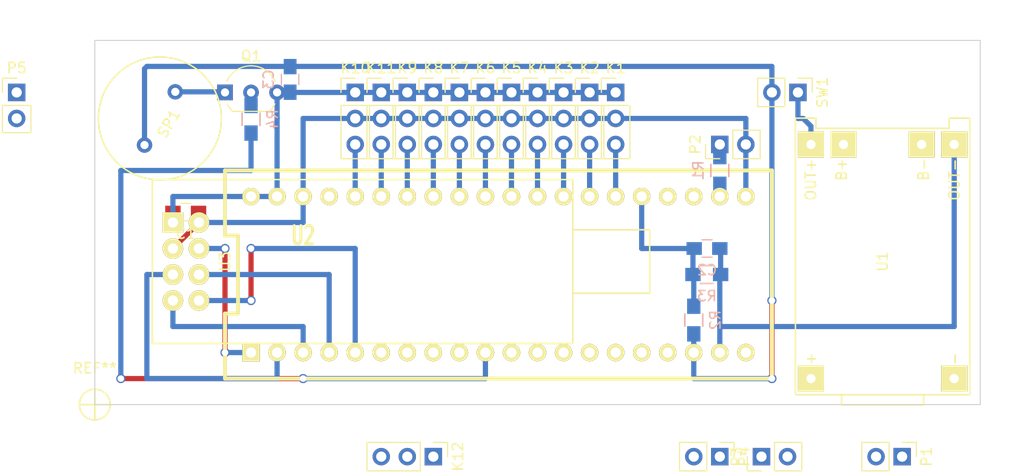
<source format=kicad_pcb>
(kicad_pcb (version 4) (host pcbnew 4.0.5-e0-6337~49~ubuntu16.04.1)

  (general
    (links 76)
    (no_connects 18)
    (area 210.769999 104.089999 297.230001 139.750001)
    (thickness 1.6)
    (drawings 28)
    (tracks 106)
    (zones 0)
    (modules 31)
    (nets 46)
  )

  (page A3)
  (layers
    (0 F.Cu signal)
    (31 B.Cu signal)
    (32 B.Adhes user)
    (33 F.Adhes user)
    (34 B.Paste user)
    (35 F.Paste user)
    (36 B.SilkS user)
    (37 F.SilkS user)
    (38 B.Mask user)
    (39 F.Mask user)
    (40 Dwgs.User user)
    (41 Cmts.User user)
    (42 Eco1.User user)
    (43 Eco2.User user)
    (44 Edge.Cuts user)
  )

  (setup
    (last_trace_width 0.254)
    (user_trace_width 0.508)
    (trace_clearance 0.1016)
    (zone_clearance 0.508)
    (zone_45_only no)
    (trace_min 0.254)
    (segment_width 0.2)
    (edge_width 0.1)
    (via_size 0.889)
    (via_drill 0.635)
    (via_min_size 0.889)
    (via_min_drill 0.508)
    (uvia_size 0.508)
    (uvia_drill 0.127)
    (uvias_allowed no)
    (uvia_min_size 0.508)
    (uvia_min_drill 0.127)
    (pcb_text_width 0.3)
    (pcb_text_size 1.5 1.5)
    (mod_edge_width 0.15)
    (mod_text_size 1 1)
    (mod_text_width 0.15)
    (pad_size 1.5 1.5)
    (pad_drill 0.6)
    (pad_to_mask_clearance 0)
    (aux_axis_origin 210.82 139.7)
    (visible_elements 7FFFFF3F)
    (pcbplotparams
      (layerselection 0x00030_80000001)
      (usegerberextensions true)
      (excludeedgelayer true)
      (linewidth 0.150000)
      (plotframeref false)
      (viasonmask false)
      (mode 1)
      (useauxorigin false)
      (hpglpennumber 1)
      (hpglpenspeed 20)
      (hpglpendiameter 15)
      (hpglpenoverlay 2)
      (psnegative false)
      (psa4output false)
      (plotreference true)
      (plotvalue true)
      (plotinvisibletext false)
      (padsonsilk false)
      (subtractmaskfromsilk false)
      (outputformat 1)
      (mirror false)
      (drillshape 1)
      (scaleselection 1)
      (outputdirectory ""))
  )

  (net 0 "")
  (net 1 /ADC0)
  (net 2 /BUZZER)
  (net 3 /CSN)
  (net 4 /IRQ)
  (net 5 /LED)
  (net 6 /MISO)
  (net 7 /MOSI)
  (net 8 /RX)
  (net 9 /SCK)
  (net 10 /TX)
  (net 11 GND)
  (net 12 VCC)
  (net 13 VDD)
  (net 14 /PA1/ADC1)
  (net 15 /PA2/ADC2)
  (net 16 /PA3/ADC3)
  (net 17 /PA4/ADC4)
  (net 18 /PA5/ADC5)
  (net 19 /PA6/ADC6)
  (net 20 /PA7/ADC7)
  (net 21 /PB0/ADC8)
  (net 22 /PB1/ADC9)
  (net 23 /PB11)
  (net 24 /PB10)
  (net 25 "Net-(P1-Pad1)")
  (net 26 "Net-(P1-Pad2)")
  (net 27 "Net-(P2-Pad1)")
  (net 28 "Net-(P5-Pad1)")
  (net 29 "Net-(Q1-Pad2)")
  (net 30 "Net-(SW1-Pad1)")
  (net 31 "Net-(BT1-Pad1)")
  (net 32 "Net-(BT1-Pad2)")
  (net 33 "Net-(U2-Pad8)")
  (net 34 "Net-(U2-Pad9)")
  (net 35 /PB3)
  (net 36 /PB4)
  (net 37 /PB5)
  (net 38 /PB6)
  (net 39 /PB7)
  (net 40 /PB8)
  (net 41 /PB9)
  (net 42 "Net-(U2-Pad20)")
  (net 43 "Net-(U2-Pad23)")
  (net 44 "Net-(U2-Pad24)")
  (net 45 "Net-(U2-Pad37)")

  (net_class Default "This is the default net class."
    (clearance 0.1016)
    (trace_width 0.254)
    (via_dia 0.889)
    (via_drill 0.635)
    (uvia_dia 0.508)
    (uvia_drill 0.127)
    (add_net /ADC0)
    (add_net /BUZZER)
    (add_net /CSN)
    (add_net /IRQ)
    (add_net /LED)
    (add_net /MISO)
    (add_net /MOSI)
    (add_net /PA1/ADC1)
    (add_net /PA2/ADC2)
    (add_net /PA3/ADC3)
    (add_net /PA4/ADC4)
    (add_net /PA5/ADC5)
    (add_net /PA6/ADC6)
    (add_net /PA7/ADC7)
    (add_net /PB0/ADC8)
    (add_net /PB1/ADC9)
    (add_net /PB10)
    (add_net /PB11)
    (add_net /PB3)
    (add_net /PB4)
    (add_net /PB5)
    (add_net /PB6)
    (add_net /PB7)
    (add_net /PB8)
    (add_net /PB9)
    (add_net /RX)
    (add_net /SCK)
    (add_net /TX)
    (add_net GND)
    (add_net "Net-(BT1-Pad1)")
    (add_net "Net-(BT1-Pad2)")
    (add_net "Net-(P1-Pad1)")
    (add_net "Net-(P1-Pad2)")
    (add_net "Net-(P2-Pad1)")
    (add_net "Net-(P5-Pad1)")
    (add_net "Net-(Q1-Pad2)")
    (add_net "Net-(SW1-Pad1)")
    (add_net "Net-(U2-Pad20)")
    (add_net "Net-(U2-Pad23)")
    (add_net "Net-(U2-Pad24)")
    (add_net "Net-(U2-Pad37)")
    (add_net "Net-(U2-Pad8)")
    (add_net "Net-(U2-Pad9)")
    (add_net VCC)
    (add_net VDD)
  )

  (module Fiducials:Fiducial_classic_Small_SilkscreenTop_Type1 (layer F.Cu) (tedit 0) (tstamp 589D52FD)
    (at 210.82 139.7)
    (descr "Fiducial, Classical, Small, Copper Top, Typ 1, Passermarke,")
    (tags "Fiducial, Classical, Small, Copper Top, Typ 1, Passermarke,")
    (fp_text reference REF** (at 0 -3.556) (layer F.SilkS)
      (effects (font (size 1 1) (thickness 0.15)))
    )
    (fp_text value Fiducial_classic_Small_SilkscreenTop_Type1 (at 0.34036 3.4798) (layer F.Fab)
      (effects (font (size 1 1) (thickness 0.15)))
    )
    (fp_line (start -1.50114 0) (end 1.50114 0) (layer F.SilkS) (width 0.15))
    (fp_line (start 0 -1.50114) (end 0 1.50114) (layer F.SilkS) (width 0.15))
    (fp_circle (center 0 0) (end 1.50114 0) (layer F.SilkS) (width 0.15))
    (pad ~ smd circle (at 0 0) (size 4.50088 4.50088) (layers F.Mask)
      (solder_mask_margin 2.99974))
    (model /home/laneboysrc/projects/3D-printed-parts/headless-tx/mount.x3d
      (at (xyz 0 0 0))
      (scale (xyz 1 1 1))
      (rotate (xyz 0 0 0))
    )
  )

  (module WLA:NRF24L01P-PA-LNA (layer F.Cu) (tedit 57200DD6) (tstamp 572043C4)
    (at 218.44 125.73 270)
    (path /57202BD1)
    (fp_text reference U3 (at 0 -5.08 270) (layer F.SilkS)
      (effects (font (size 1 1) (thickness 0.15)))
    )
    (fp_text value NRF24L01P (at 0 -12.7 270) (layer F.SilkS) hide
      (effects (font (size 1 1) (thickness 0.15)))
    )
    (fp_line (start -3.1 -39.1) (end -3.1 -46.5) (layer F.SilkS) (width 0.15))
    (fp_line (start -3.1 -46.5) (end 3.1 -46.5) (layer F.SilkS) (width 0.15))
    (fp_line (start 3.1 -46.5) (end 3.1 -39) (layer F.SilkS) (width 0.15))
    (fp_line (start -8 2) (end 8 2) (layer F.SilkS) (width 0.15))
    (fp_line (start 8 2) (end 8 -39) (layer F.SilkS) (width 0.15))
    (fp_line (start 8 -39) (end -8 -39) (layer F.SilkS) (width 0.15))
    (fp_line (start -8 -39) (end -8 2) (layer F.SilkS) (width 0.15))
    (pad 1 thru_hole rect (at -3.81 0 270) (size 2 2) (drill 1) (layers *.Cu *.Mask F.SilkS)
      (net 11 GND))
    (pad 2 thru_hole circle (at -3.81 -2.54 270) (size 2 2) (drill 1) (layers *.Cu *.Mask F.SilkS)
      (net 12 VCC))
    (pad 3 thru_hole circle (at -1.27 0 270) (size 2 2) (drill 1) (layers *.Cu *.Mask F.SilkS)
      (net 12 VCC))
    (pad 4 thru_hole circle (at -1.27 -2.54 270) (size 2 2) (drill 1) (layers *.Cu *.Mask F.SilkS)
      (net 3 /CSN))
    (pad 5 thru_hole circle (at 1.27 0 270) (size 2 2) (drill 1) (layers *.Cu *.Mask F.SilkS)
      (net 9 /SCK))
    (pad 6 thru_hole circle (at 1.27 -2.54 270) (size 2 2) (drill 1) (layers *.Cu *.Mask F.SilkS)
      (net 7 /MOSI))
    (pad 7 thru_hole circle (at 3.81 0 270) (size 2 2) (drill 1) (layers *.Cu *.Mask F.SilkS)
      (net 6 /MISO))
    (pad 8 thru_hole circle (at 3.81 -2.54 270) (size 2 2) (drill 1) (layers *.Cu *.Mask F.SilkS)
      (net 4 /IRQ))
    (model /home/laneboysrc/projects/kicad-libraries/WLA.pretty/NRF24L01P-PA-LNA.x3d
      (at (xyz 0 0 0))
      (scale (xyz 1 1 1))
      (rotate (xyz 0 0 0))
    )
  )

  (module WLA:STM32F103C8T6 (layer F.Cu) (tedit 58998C2B) (tstamp 57204414)
    (at 250.19 127)
    (descr "STM32F103C8T6 development board as found on eBay, Aliexpress")
    (tags STM32)
    (path /57202BC2)
    (fp_text reference U2 (at -19.05 -3.81) (layer F.SilkS)
      (effects (font (size 1.778 1.143) (thickness 0.3048)))
    )
    (fp_text value STM32F103C8T6_DEV_BOARD (at 1.27 0) (layer F.SilkS) hide
      (effects (font (size 1.778 1.778) (thickness 0.3048)))
    )
    (fp_line (start 26.67 -10.16) (end 26.67 10.16) (layer F.SilkS) (width 0.381))
    (fp_line (start -26.67 3.81) (end -26.67 10.16) (layer F.SilkS) (width 0.381))
    (fp_line (start -25.4 -3.81) (end -25.4 3.81) (layer F.SilkS) (width 0.381))
    (fp_line (start -26.67 -10.16) (end -26.67 -3.81) (layer F.SilkS) (width 0.381))
    (fp_line (start -26.67 -3.81) (end -25.4 -3.81) (layer F.SilkS) (width 0.381))
    (fp_line (start -25.4 3.81) (end -26.67 3.81) (layer F.SilkS) (width 0.381))
    (fp_line (start -26.67 -10.16) (end 26.67 -10.16) (layer F.SilkS) (width 0.381))
    (fp_line (start 26.67 10.16) (end -26.67 10.16) (layer F.SilkS) (width 0.381))
    (pad 1 thru_hole rect (at -24.13 7.62) (size 1.7 1.7) (drill 1) (layers *.Cu *.Mask F.SilkS)
      (net 3 /CSN))
    (pad 2 thru_hole circle (at -21.59 7.62) (size 1.7 1.7) (drill 1) (layers *.Cu *.Mask F.SilkS)
      (net 9 /SCK))
    (pad 3 thru_hole circle (at -19.05 7.62) (size 1.7 1.7) (drill 1) (layers *.Cu *.Mask F.SilkS)
      (net 6 /MISO))
    (pad 4 thru_hole circle (at -16.51 7.62) (size 1.7 1.7) (drill 1) (layers *.Cu *.Mask F.SilkS)
      (net 7 /MOSI))
    (pad 5 thru_hole circle (at -13.97 7.62) (size 1.7 1.7) (drill 1) (layers *.Cu *.Mask F.SilkS)
      (net 4 /IRQ))
    (pad 6 thru_hole circle (at -11.43 7.62) (size 1.7 1.7) (drill 1) (layers *.Cu *.Mask F.SilkS)
      (net 10 /TX))
    (pad 7 thru_hole circle (at -8.89 7.62) (size 1.7 1.7) (drill 1) (layers *.Cu *.Mask F.SilkS)
      (net 8 /RX))
    (pad 8 thru_hole circle (at -6.35 7.62) (size 1.7 1.7) (drill 1) (layers *.Cu *.Mask F.SilkS)
      (net 33 "Net-(U2-Pad8)"))
    (pad 9 thru_hole circle (at -3.81 7.62) (size 1.7 1.7) (drill 1) (layers *.Cu *.Mask F.SilkS)
      (net 34 "Net-(U2-Pad9)"))
    (pad 10 thru_hole circle (at -1.27 7.62) (size 1.7 1.7) (drill 1) (layers *.Cu *.Mask F.SilkS)
      (net 2 /BUZZER))
    (pad 11 thru_hole circle (at 1.27 7.62) (size 1.7 1.7) (drill 1) (layers *.Cu *.Mask F.SilkS)
      (net 35 /PB3))
    (pad 12 thru_hole circle (at 3.81 7.62) (size 1.7 1.7) (drill 1) (layers *.Cu *.Mask F.SilkS)
      (net 36 /PB4))
    (pad 13 thru_hole circle (at 6.35 7.62) (size 1.7 1.7) (drill 1) (layers *.Cu *.Mask F.SilkS)
      (net 37 /PB5))
    (pad 14 thru_hole circle (at 8.89 7.62) (size 1.7 1.7) (drill 1) (layers *.Cu *.Mask F.SilkS)
      (net 38 /PB6))
    (pad 15 thru_hole circle (at 11.43 7.62) (size 1.7 1.7) (drill 1) (layers *.Cu *.Mask F.SilkS)
      (net 39 /PB7))
    (pad 16 thru_hole circle (at 13.97 7.62) (size 1.7 1.7) (drill 1) (layers *.Cu *.Mask F.SilkS)
      (net 40 /PB8))
    (pad 17 thru_hole circle (at 16.51 7.62) (size 1.7 1.7) (drill 1) (layers *.Cu *.Mask F.SilkS)
      (net 41 /PB9))
    (pad 18 thru_hole circle (at 19.05 7.62) (size 1.7 1.7) (drill 1) (layers *.Cu *.Mask F.SilkS)
      (net 13 VDD))
    (pad 19 thru_hole circle (at 21.59 7.62) (size 1.7 1.7) (drill 1) (layers *.Cu *.Mask F.SilkS)
      (net 11 GND))
    (pad 20 thru_hole circle (at 24.13 7.62) (size 1.7 1.7) (drill 1) (layers *.Cu *.Mask F.SilkS)
      (net 42 "Net-(U2-Pad20)"))
    (pad 21 thru_hole circle (at 24.13 -7.62) (size 1.7 1.7) (drill 1) (layers *.Cu *.Mask F.SilkS)
      (net 12 VCC))
    (pad 22 thru_hole circle (at 21.59 -7.62) (size 1.7 1.7) (drill 1) (layers *.Cu *.Mask F.SilkS)
      (net 5 /LED))
    (pad 23 thru_hole circle (at 19.05 -7.62) (size 1.7 1.7) (drill 1) (layers *.Cu *.Mask F.SilkS)
      (net 43 "Net-(U2-Pad23)"))
    (pad 24 thru_hole circle (at 16.51 -7.62) (size 1.7 1.7) (drill 1) (layers *.Cu *.Mask F.SilkS)
      (net 44 "Net-(U2-Pad24)"))
    (pad 25 thru_hole circle (at 13.97 -7.62) (size 1.7 1.7) (drill 1) (layers *.Cu *.Mask F.SilkS)
      (net 1 /ADC0))
    (pad 26 thru_hole circle (at 11.43 -7.62) (size 1.7 1.7) (drill 1) (layers *.Cu *.Mask F.SilkS)
      (net 14 /PA1/ADC1))
    (pad 27 thru_hole circle (at 8.89 -7.62) (size 1.7 1.7) (drill 1) (layers *.Cu *.Mask F.SilkS)
      (net 15 /PA2/ADC2))
    (pad 28 thru_hole circle (at 6.35 -7.62) (size 1.7 1.7) (drill 1) (layers *.Cu *.Mask F.SilkS)
      (net 16 /PA3/ADC3))
    (pad 29 thru_hole circle (at 3.81 -7.62) (size 1.7 1.7) (drill 1) (layers *.Cu *.Mask F.SilkS)
      (net 17 /PA4/ADC4))
    (pad 30 thru_hole circle (at 1.27 -7.62) (size 1.7 1.7) (drill 1) (layers *.Cu *.Mask F.SilkS)
      (net 18 /PA5/ADC5))
    (pad 31 thru_hole circle (at -1.27 -7.62) (size 1.7 1.7) (drill 1) (layers *.Cu *.Mask F.SilkS)
      (net 19 /PA6/ADC6))
    (pad 32 thru_hole circle (at -3.81 -7.62) (size 1.7 1.7) (drill 1) (layers *.Cu *.Mask F.SilkS)
      (net 20 /PA7/ADC7))
    (pad 33 thru_hole circle (at -6.35 -7.62) (size 1.7 1.7) (drill 1) (layers *.Cu *.Mask F.SilkS)
      (net 21 /PB0/ADC8))
    (pad 34 thru_hole circle (at -8.89 -7.62) (size 1.7 1.7) (drill 1) (layers *.Cu *.Mask F.SilkS)
      (net 22 /PB1/ADC9))
    (pad 35 thru_hole circle (at -11.43 -7.62) (size 1.7 1.7) (drill 1) (layers *.Cu *.Mask F.SilkS)
      (net 24 /PB10))
    (pad 36 thru_hole circle (at -13.97 -7.62) (size 1.7 1.7) (drill 1) (layers *.Cu *.Mask F.SilkS)
      (net 23 /PB11))
    (pad 37 thru_hole circle (at -16.51 -7.62) (size 1.7 1.7) (drill 1) (layers *.Cu *.Mask F.SilkS)
      (net 45 "Net-(U2-Pad37)"))
    (pad 38 thru_hole circle (at -19.05 -7.62) (size 1.7 1.7) (drill 1) (layers *.Cu *.Mask F.SilkS)
      (net 12 VCC))
    (pad 39 thru_hole circle (at -21.59 -7.62) (size 1.7 1.7) (drill 1) (layers *.Cu *.Mask F.SilkS)
      (net 11 GND))
    (pad 40 thru_hole circle (at -24.13 -7.62) (size 1.7 1.7) (drill 1) (layers *.Cu *.Mask F.SilkS)
      (net 11 GND))
    (model /home/laneboysrc/projects/kicad-libraries/WLA.pretty/STM32F103C8T6.x3d
      (at (xyz 0 0 0))
      (scale (xyz 1 1 1))
      (rotate (xyz 0 0 0))
    )
  )

  (module Pin_Headers:Pin_Header_Straight_1x03_Pitch2.54mm (layer F.Cu) (tedit 5862ED52) (tstamp 572042FB)
    (at 259.08 109.22)
    (descr "Through hole straight pin header, 1x03, 2.54mm pitch, single row")
    (tags "Through hole pin header THT 1x03 2.54mm single row")
    (path /57203BF4)
    (fp_text reference K2 (at 0 -2.39) (layer F.SilkS)
      (effects (font (size 1 1) (thickness 0.15)))
    )
    (fp_text value CONN_3 (at 0 7.47) (layer F.Fab)
      (effects (font (size 1 1) (thickness 0.15)))
    )
    (fp_line (start -1.27 -1.27) (end -1.27 6.35) (layer F.Fab) (width 0.1))
    (fp_line (start -1.27 6.35) (end 1.27 6.35) (layer F.Fab) (width 0.1))
    (fp_line (start 1.27 6.35) (end 1.27 -1.27) (layer F.Fab) (width 0.1))
    (fp_line (start 1.27 -1.27) (end -1.27 -1.27) (layer F.Fab) (width 0.1))
    (fp_line (start -1.39 1.27) (end -1.39 6.47) (layer F.SilkS) (width 0.12))
    (fp_line (start -1.39 6.47) (end 1.39 6.47) (layer F.SilkS) (width 0.12))
    (fp_line (start 1.39 6.47) (end 1.39 1.27) (layer F.SilkS) (width 0.12))
    (fp_line (start 1.39 1.27) (end -1.39 1.27) (layer F.SilkS) (width 0.12))
    (fp_line (start -1.39 0) (end -1.39 -1.39) (layer F.SilkS) (width 0.12))
    (fp_line (start -1.39 -1.39) (end 0 -1.39) (layer F.SilkS) (width 0.12))
    (fp_line (start -1.6 -1.6) (end -1.6 6.6) (layer F.CrtYd) (width 0.05))
    (fp_line (start -1.6 6.6) (end 1.6 6.6) (layer F.CrtYd) (width 0.05))
    (fp_line (start 1.6 6.6) (end 1.6 -1.6) (layer F.CrtYd) (width 0.05))
    (fp_line (start 1.6 -1.6) (end -1.6 -1.6) (layer F.CrtYd) (width 0.05))
    (pad 1 thru_hole rect (at 0 0) (size 1.7 1.7) (drill 1) (layers *.Cu *.Mask)
      (net 11 GND))
    (pad 2 thru_hole oval (at 0 2.54) (size 1.7 1.7) (drill 1) (layers *.Cu *.Mask)
      (net 12 VCC))
    (pad 3 thru_hole oval (at 0 5.08) (size 1.7 1.7) (drill 1) (layers *.Cu *.Mask)
      (net 15 /PA2/ADC2))
    (model Pin_Headers.3dshapes/Pin_Header_Straight_1x03_Pitch2.54mm.wrl
      (at (xyz 0 -0.1 0))
      (scale (xyz 1 1 1))
      (rotate (xyz 0 0 90))
    )
  )

  (module Pin_Headers:Pin_Header_Straight_1x03_Pitch2.54mm (layer F.Cu) (tedit 5862ED52) (tstamp 57204313)
    (at 238.76 109.22)
    (descr "Through hole straight pin header, 1x03, 2.54mm pitch, single row")
    (tags "Through hole pin header THT 1x03 2.54mm single row")
    (path /57203EA3)
    (fp_text reference K11 (at 0 -2.39) (layer F.SilkS)
      (effects (font (size 1 1) (thickness 0.15)))
    )
    (fp_text value CONN_3 (at 0 7.47) (layer F.Fab)
      (effects (font (size 1 1) (thickness 0.15)))
    )
    (fp_line (start -1.27 -1.27) (end -1.27 6.35) (layer F.Fab) (width 0.1))
    (fp_line (start -1.27 6.35) (end 1.27 6.35) (layer F.Fab) (width 0.1))
    (fp_line (start 1.27 6.35) (end 1.27 -1.27) (layer F.Fab) (width 0.1))
    (fp_line (start 1.27 -1.27) (end -1.27 -1.27) (layer F.Fab) (width 0.1))
    (fp_line (start -1.39 1.27) (end -1.39 6.47) (layer F.SilkS) (width 0.12))
    (fp_line (start -1.39 6.47) (end 1.39 6.47) (layer F.SilkS) (width 0.12))
    (fp_line (start 1.39 6.47) (end 1.39 1.27) (layer F.SilkS) (width 0.12))
    (fp_line (start 1.39 1.27) (end -1.39 1.27) (layer F.SilkS) (width 0.12))
    (fp_line (start -1.39 0) (end -1.39 -1.39) (layer F.SilkS) (width 0.12))
    (fp_line (start -1.39 -1.39) (end 0 -1.39) (layer F.SilkS) (width 0.12))
    (fp_line (start -1.6 -1.6) (end -1.6 6.6) (layer F.CrtYd) (width 0.05))
    (fp_line (start -1.6 6.6) (end 1.6 6.6) (layer F.CrtYd) (width 0.05))
    (fp_line (start 1.6 6.6) (end 1.6 -1.6) (layer F.CrtYd) (width 0.05))
    (fp_line (start 1.6 -1.6) (end -1.6 -1.6) (layer F.CrtYd) (width 0.05))
    (pad 1 thru_hole rect (at 0 0) (size 1.7 1.7) (drill 1) (layers *.Cu *.Mask)
      (net 11 GND))
    (pad 2 thru_hole oval (at 0 2.54) (size 1.7 1.7) (drill 1) (layers *.Cu *.Mask)
      (net 12 VCC))
    (pad 3 thru_hole oval (at 0 5.08) (size 1.7 1.7) (drill 1) (layers *.Cu *.Mask)
      (net 24 /PB10))
    (model Pin_Headers.3dshapes/Pin_Header_Straight_1x03_Pitch2.54mm.wrl
      (at (xyz 0 -0.1 0))
      (scale (xyz 1 1 1))
      (rotate (xyz 0 0 90))
    )
  )

  (module Pin_Headers:Pin_Header_Straight_1x03_Pitch2.54mm (layer F.Cu) (tedit 5862ED52) (tstamp 5720431F)
    (at 236.22 109.22)
    (descr "Through hole straight pin header, 1x03, 2.54mm pitch, single row")
    (tags "Through hole pin header THT 1x03 2.54mm single row")
    (path /57203E9D)
    (fp_text reference K10 (at 0 -2.39) (layer F.SilkS)
      (effects (font (size 1 1) (thickness 0.15)))
    )
    (fp_text value CONN_3 (at 0 7.47) (layer F.Fab)
      (effects (font (size 1 1) (thickness 0.15)))
    )
    (fp_line (start -1.27 -1.27) (end -1.27 6.35) (layer F.Fab) (width 0.1))
    (fp_line (start -1.27 6.35) (end 1.27 6.35) (layer F.Fab) (width 0.1))
    (fp_line (start 1.27 6.35) (end 1.27 -1.27) (layer F.Fab) (width 0.1))
    (fp_line (start 1.27 -1.27) (end -1.27 -1.27) (layer F.Fab) (width 0.1))
    (fp_line (start -1.39 1.27) (end -1.39 6.47) (layer F.SilkS) (width 0.12))
    (fp_line (start -1.39 6.47) (end 1.39 6.47) (layer F.SilkS) (width 0.12))
    (fp_line (start 1.39 6.47) (end 1.39 1.27) (layer F.SilkS) (width 0.12))
    (fp_line (start 1.39 1.27) (end -1.39 1.27) (layer F.SilkS) (width 0.12))
    (fp_line (start -1.39 0) (end -1.39 -1.39) (layer F.SilkS) (width 0.12))
    (fp_line (start -1.39 -1.39) (end 0 -1.39) (layer F.SilkS) (width 0.12))
    (fp_line (start -1.6 -1.6) (end -1.6 6.6) (layer F.CrtYd) (width 0.05))
    (fp_line (start -1.6 6.6) (end 1.6 6.6) (layer F.CrtYd) (width 0.05))
    (fp_line (start 1.6 6.6) (end 1.6 -1.6) (layer F.CrtYd) (width 0.05))
    (fp_line (start 1.6 -1.6) (end -1.6 -1.6) (layer F.CrtYd) (width 0.05))
    (pad 1 thru_hole rect (at 0 0) (size 1.7 1.7) (drill 1) (layers *.Cu *.Mask)
      (net 11 GND))
    (pad 2 thru_hole oval (at 0 2.54) (size 1.7 1.7) (drill 1) (layers *.Cu *.Mask)
      (net 12 VCC))
    (pad 3 thru_hole oval (at 0 5.08) (size 1.7 1.7) (drill 1) (layers *.Cu *.Mask)
      (net 23 /PB11))
    (model Pin_Headers.3dshapes/Pin_Header_Straight_1x03_Pitch2.54mm.wrl
      (at (xyz 0 -0.1 0))
      (scale (xyz 1 1 1))
      (rotate (xyz 0 0 90))
    )
  )

  (module Pin_Headers:Pin_Header_Straight_1x03_Pitch2.54mm (layer F.Cu) (tedit 5862ED52) (tstamp 5720432B)
    (at 241.3 109.22)
    (descr "Through hole straight pin header, 1x03, 2.54mm pitch, single row")
    (tags "Through hole pin header THT 1x03 2.54mm single row")
    (path /57203C46)
    (fp_text reference K9 (at 0 -2.39) (layer F.SilkS)
      (effects (font (size 1 1) (thickness 0.15)))
    )
    (fp_text value CONN_3 (at 0 7.47) (layer F.Fab)
      (effects (font (size 1 1) (thickness 0.15)))
    )
    (fp_line (start -1.27 -1.27) (end -1.27 6.35) (layer F.Fab) (width 0.1))
    (fp_line (start -1.27 6.35) (end 1.27 6.35) (layer F.Fab) (width 0.1))
    (fp_line (start 1.27 6.35) (end 1.27 -1.27) (layer F.Fab) (width 0.1))
    (fp_line (start 1.27 -1.27) (end -1.27 -1.27) (layer F.Fab) (width 0.1))
    (fp_line (start -1.39 1.27) (end -1.39 6.47) (layer F.SilkS) (width 0.12))
    (fp_line (start -1.39 6.47) (end 1.39 6.47) (layer F.SilkS) (width 0.12))
    (fp_line (start 1.39 6.47) (end 1.39 1.27) (layer F.SilkS) (width 0.12))
    (fp_line (start 1.39 1.27) (end -1.39 1.27) (layer F.SilkS) (width 0.12))
    (fp_line (start -1.39 0) (end -1.39 -1.39) (layer F.SilkS) (width 0.12))
    (fp_line (start -1.39 -1.39) (end 0 -1.39) (layer F.SilkS) (width 0.12))
    (fp_line (start -1.6 -1.6) (end -1.6 6.6) (layer F.CrtYd) (width 0.05))
    (fp_line (start -1.6 6.6) (end 1.6 6.6) (layer F.CrtYd) (width 0.05))
    (fp_line (start 1.6 6.6) (end 1.6 -1.6) (layer F.CrtYd) (width 0.05))
    (fp_line (start 1.6 -1.6) (end -1.6 -1.6) (layer F.CrtYd) (width 0.05))
    (pad 1 thru_hole rect (at 0 0) (size 1.7 1.7) (drill 1) (layers *.Cu *.Mask)
      (net 11 GND))
    (pad 2 thru_hole oval (at 0 2.54) (size 1.7 1.7) (drill 1) (layers *.Cu *.Mask)
      (net 12 VCC))
    (pad 3 thru_hole oval (at 0 5.08) (size 1.7 1.7) (drill 1) (layers *.Cu *.Mask)
      (net 22 /PB1/ADC9))
    (model Pin_Headers.3dshapes/Pin_Header_Straight_1x03_Pitch2.54mm.wrl
      (at (xyz 0 -0.1 0))
      (scale (xyz 1 1 1))
      (rotate (xyz 0 0 90))
    )
  )

  (module Pin_Headers:Pin_Header_Straight_1x03_Pitch2.54mm (layer F.Cu) (tedit 5862ED52) (tstamp 57204337)
    (at 243.84 109.22)
    (descr "Through hole straight pin header, 1x03, 2.54mm pitch, single row")
    (tags "Through hole pin header THT 1x03 2.54mm single row")
    (path /57203C40)
    (fp_text reference K8 (at 0 -2.39) (layer F.SilkS)
      (effects (font (size 1 1) (thickness 0.15)))
    )
    (fp_text value CONN_3 (at 0 7.47) (layer F.Fab)
      (effects (font (size 1 1) (thickness 0.15)))
    )
    (fp_line (start -1.27 -1.27) (end -1.27 6.35) (layer F.Fab) (width 0.1))
    (fp_line (start -1.27 6.35) (end 1.27 6.35) (layer F.Fab) (width 0.1))
    (fp_line (start 1.27 6.35) (end 1.27 -1.27) (layer F.Fab) (width 0.1))
    (fp_line (start 1.27 -1.27) (end -1.27 -1.27) (layer F.Fab) (width 0.1))
    (fp_line (start -1.39 1.27) (end -1.39 6.47) (layer F.SilkS) (width 0.12))
    (fp_line (start -1.39 6.47) (end 1.39 6.47) (layer F.SilkS) (width 0.12))
    (fp_line (start 1.39 6.47) (end 1.39 1.27) (layer F.SilkS) (width 0.12))
    (fp_line (start 1.39 1.27) (end -1.39 1.27) (layer F.SilkS) (width 0.12))
    (fp_line (start -1.39 0) (end -1.39 -1.39) (layer F.SilkS) (width 0.12))
    (fp_line (start -1.39 -1.39) (end 0 -1.39) (layer F.SilkS) (width 0.12))
    (fp_line (start -1.6 -1.6) (end -1.6 6.6) (layer F.CrtYd) (width 0.05))
    (fp_line (start -1.6 6.6) (end 1.6 6.6) (layer F.CrtYd) (width 0.05))
    (fp_line (start 1.6 6.6) (end 1.6 -1.6) (layer F.CrtYd) (width 0.05))
    (fp_line (start 1.6 -1.6) (end -1.6 -1.6) (layer F.CrtYd) (width 0.05))
    (pad 1 thru_hole rect (at 0 0) (size 1.7 1.7) (drill 1) (layers *.Cu *.Mask)
      (net 11 GND))
    (pad 2 thru_hole oval (at 0 2.54) (size 1.7 1.7) (drill 1) (layers *.Cu *.Mask)
      (net 12 VCC))
    (pad 3 thru_hole oval (at 0 5.08) (size 1.7 1.7) (drill 1) (layers *.Cu *.Mask)
      (net 21 /PB0/ADC8))
    (model Pin_Headers.3dshapes/Pin_Header_Straight_1x03_Pitch2.54mm.wrl
      (at (xyz 0 -0.1 0))
      (scale (xyz 1 1 1))
      (rotate (xyz 0 0 90))
    )
  )

  (module Pin_Headers:Pin_Header_Straight_1x03_Pitch2.54mm (layer F.Cu) (tedit 5862ED52) (tstamp 57204343)
    (at 246.38 109.22)
    (descr "Through hole straight pin header, 1x03, 2.54mm pitch, single row")
    (tags "Through hole pin header THT 1x03 2.54mm single row")
    (path /57203C3A)
    (fp_text reference K7 (at 0 -2.39) (layer F.SilkS)
      (effects (font (size 1 1) (thickness 0.15)))
    )
    (fp_text value CONN_3 (at 0 7.47) (layer F.Fab)
      (effects (font (size 1 1) (thickness 0.15)))
    )
    (fp_line (start -1.27 -1.27) (end -1.27 6.35) (layer F.Fab) (width 0.1))
    (fp_line (start -1.27 6.35) (end 1.27 6.35) (layer F.Fab) (width 0.1))
    (fp_line (start 1.27 6.35) (end 1.27 -1.27) (layer F.Fab) (width 0.1))
    (fp_line (start 1.27 -1.27) (end -1.27 -1.27) (layer F.Fab) (width 0.1))
    (fp_line (start -1.39 1.27) (end -1.39 6.47) (layer F.SilkS) (width 0.12))
    (fp_line (start -1.39 6.47) (end 1.39 6.47) (layer F.SilkS) (width 0.12))
    (fp_line (start 1.39 6.47) (end 1.39 1.27) (layer F.SilkS) (width 0.12))
    (fp_line (start 1.39 1.27) (end -1.39 1.27) (layer F.SilkS) (width 0.12))
    (fp_line (start -1.39 0) (end -1.39 -1.39) (layer F.SilkS) (width 0.12))
    (fp_line (start -1.39 -1.39) (end 0 -1.39) (layer F.SilkS) (width 0.12))
    (fp_line (start -1.6 -1.6) (end -1.6 6.6) (layer F.CrtYd) (width 0.05))
    (fp_line (start -1.6 6.6) (end 1.6 6.6) (layer F.CrtYd) (width 0.05))
    (fp_line (start 1.6 6.6) (end 1.6 -1.6) (layer F.CrtYd) (width 0.05))
    (fp_line (start 1.6 -1.6) (end -1.6 -1.6) (layer F.CrtYd) (width 0.05))
    (pad 1 thru_hole rect (at 0 0) (size 1.7 1.7) (drill 1) (layers *.Cu *.Mask)
      (net 11 GND))
    (pad 2 thru_hole oval (at 0 2.54) (size 1.7 1.7) (drill 1) (layers *.Cu *.Mask)
      (net 12 VCC))
    (pad 3 thru_hole oval (at 0 5.08) (size 1.7 1.7) (drill 1) (layers *.Cu *.Mask)
      (net 20 /PA7/ADC7))
    (model Pin_Headers.3dshapes/Pin_Header_Straight_1x03_Pitch2.54mm.wrl
      (at (xyz 0 -0.1 0))
      (scale (xyz 1 1 1))
      (rotate (xyz 0 0 90))
    )
  )

  (module Pin_Headers:Pin_Header_Straight_1x03_Pitch2.54mm (layer F.Cu) (tedit 5862ED52) (tstamp 5720434F)
    (at 248.92 109.22)
    (descr "Through hole straight pin header, 1x03, 2.54mm pitch, single row")
    (tags "Through hole pin header THT 1x03 2.54mm single row")
    (path /57203C34)
    (fp_text reference K6 (at 0 -2.39) (layer F.SilkS)
      (effects (font (size 1 1) (thickness 0.15)))
    )
    (fp_text value CONN_3 (at 0 7.47) (layer F.Fab)
      (effects (font (size 1 1) (thickness 0.15)))
    )
    (fp_line (start -1.27 -1.27) (end -1.27 6.35) (layer F.Fab) (width 0.1))
    (fp_line (start -1.27 6.35) (end 1.27 6.35) (layer F.Fab) (width 0.1))
    (fp_line (start 1.27 6.35) (end 1.27 -1.27) (layer F.Fab) (width 0.1))
    (fp_line (start 1.27 -1.27) (end -1.27 -1.27) (layer F.Fab) (width 0.1))
    (fp_line (start -1.39 1.27) (end -1.39 6.47) (layer F.SilkS) (width 0.12))
    (fp_line (start -1.39 6.47) (end 1.39 6.47) (layer F.SilkS) (width 0.12))
    (fp_line (start 1.39 6.47) (end 1.39 1.27) (layer F.SilkS) (width 0.12))
    (fp_line (start 1.39 1.27) (end -1.39 1.27) (layer F.SilkS) (width 0.12))
    (fp_line (start -1.39 0) (end -1.39 -1.39) (layer F.SilkS) (width 0.12))
    (fp_line (start -1.39 -1.39) (end 0 -1.39) (layer F.SilkS) (width 0.12))
    (fp_line (start -1.6 -1.6) (end -1.6 6.6) (layer F.CrtYd) (width 0.05))
    (fp_line (start -1.6 6.6) (end 1.6 6.6) (layer F.CrtYd) (width 0.05))
    (fp_line (start 1.6 6.6) (end 1.6 -1.6) (layer F.CrtYd) (width 0.05))
    (fp_line (start 1.6 -1.6) (end -1.6 -1.6) (layer F.CrtYd) (width 0.05))
    (pad 1 thru_hole rect (at 0 0) (size 1.7 1.7) (drill 1) (layers *.Cu *.Mask)
      (net 11 GND))
    (pad 2 thru_hole oval (at 0 2.54) (size 1.7 1.7) (drill 1) (layers *.Cu *.Mask)
      (net 12 VCC))
    (pad 3 thru_hole oval (at 0 5.08) (size 1.7 1.7) (drill 1) (layers *.Cu *.Mask)
      (net 19 /PA6/ADC6))
    (model Pin_Headers.3dshapes/Pin_Header_Straight_1x03_Pitch2.54mm.wrl
      (at (xyz 0 -0.1 0))
      (scale (xyz 1 1 1))
      (rotate (xyz 0 0 90))
    )
  )

  (module Pin_Headers:Pin_Header_Straight_1x03_Pitch2.54mm (layer F.Cu) (tedit 5862ED52) (tstamp 5720435B)
    (at 251.46 109.22)
    (descr "Through hole straight pin header, 1x03, 2.54mm pitch, single row")
    (tags "Through hole pin header THT 1x03 2.54mm single row")
    (path /57203C2E)
    (fp_text reference K5 (at 0 -2.39) (layer F.SilkS)
      (effects (font (size 1 1) (thickness 0.15)))
    )
    (fp_text value CONN_3 (at 0 7.47) (layer F.Fab)
      (effects (font (size 1 1) (thickness 0.15)))
    )
    (fp_line (start -1.27 -1.27) (end -1.27 6.35) (layer F.Fab) (width 0.1))
    (fp_line (start -1.27 6.35) (end 1.27 6.35) (layer F.Fab) (width 0.1))
    (fp_line (start 1.27 6.35) (end 1.27 -1.27) (layer F.Fab) (width 0.1))
    (fp_line (start 1.27 -1.27) (end -1.27 -1.27) (layer F.Fab) (width 0.1))
    (fp_line (start -1.39 1.27) (end -1.39 6.47) (layer F.SilkS) (width 0.12))
    (fp_line (start -1.39 6.47) (end 1.39 6.47) (layer F.SilkS) (width 0.12))
    (fp_line (start 1.39 6.47) (end 1.39 1.27) (layer F.SilkS) (width 0.12))
    (fp_line (start 1.39 1.27) (end -1.39 1.27) (layer F.SilkS) (width 0.12))
    (fp_line (start -1.39 0) (end -1.39 -1.39) (layer F.SilkS) (width 0.12))
    (fp_line (start -1.39 -1.39) (end 0 -1.39) (layer F.SilkS) (width 0.12))
    (fp_line (start -1.6 -1.6) (end -1.6 6.6) (layer F.CrtYd) (width 0.05))
    (fp_line (start -1.6 6.6) (end 1.6 6.6) (layer F.CrtYd) (width 0.05))
    (fp_line (start 1.6 6.6) (end 1.6 -1.6) (layer F.CrtYd) (width 0.05))
    (fp_line (start 1.6 -1.6) (end -1.6 -1.6) (layer F.CrtYd) (width 0.05))
    (pad 1 thru_hole rect (at 0 0) (size 1.7 1.7) (drill 1) (layers *.Cu *.Mask)
      (net 11 GND))
    (pad 2 thru_hole oval (at 0 2.54) (size 1.7 1.7) (drill 1) (layers *.Cu *.Mask)
      (net 12 VCC))
    (pad 3 thru_hole oval (at 0 5.08) (size 1.7 1.7) (drill 1) (layers *.Cu *.Mask)
      (net 18 /PA5/ADC5))
    (model Pin_Headers.3dshapes/Pin_Header_Straight_1x03_Pitch2.54mm.wrl
      (at (xyz 0 -0.1 0))
      (scale (xyz 1 1 1))
      (rotate (xyz 0 0 90))
    )
  )

  (module Pin_Headers:Pin_Header_Straight_1x03_Pitch2.54mm (layer F.Cu) (tedit 5862ED52) (tstamp 57204367)
    (at 254 109.22)
    (descr "Through hole straight pin header, 1x03, 2.54mm pitch, single row")
    (tags "Through hole pin header THT 1x03 2.54mm single row")
    (path /57203C28)
    (fp_text reference K4 (at 0 -2.39) (layer F.SilkS)
      (effects (font (size 1 1) (thickness 0.15)))
    )
    (fp_text value CONN_3 (at 0 7.47) (layer F.Fab)
      (effects (font (size 1 1) (thickness 0.15)))
    )
    (fp_line (start -1.27 -1.27) (end -1.27 6.35) (layer F.Fab) (width 0.1))
    (fp_line (start -1.27 6.35) (end 1.27 6.35) (layer F.Fab) (width 0.1))
    (fp_line (start 1.27 6.35) (end 1.27 -1.27) (layer F.Fab) (width 0.1))
    (fp_line (start 1.27 -1.27) (end -1.27 -1.27) (layer F.Fab) (width 0.1))
    (fp_line (start -1.39 1.27) (end -1.39 6.47) (layer F.SilkS) (width 0.12))
    (fp_line (start -1.39 6.47) (end 1.39 6.47) (layer F.SilkS) (width 0.12))
    (fp_line (start 1.39 6.47) (end 1.39 1.27) (layer F.SilkS) (width 0.12))
    (fp_line (start 1.39 1.27) (end -1.39 1.27) (layer F.SilkS) (width 0.12))
    (fp_line (start -1.39 0) (end -1.39 -1.39) (layer F.SilkS) (width 0.12))
    (fp_line (start -1.39 -1.39) (end 0 -1.39) (layer F.SilkS) (width 0.12))
    (fp_line (start -1.6 -1.6) (end -1.6 6.6) (layer F.CrtYd) (width 0.05))
    (fp_line (start -1.6 6.6) (end 1.6 6.6) (layer F.CrtYd) (width 0.05))
    (fp_line (start 1.6 6.6) (end 1.6 -1.6) (layer F.CrtYd) (width 0.05))
    (fp_line (start 1.6 -1.6) (end -1.6 -1.6) (layer F.CrtYd) (width 0.05))
    (pad 1 thru_hole rect (at 0 0) (size 1.7 1.7) (drill 1) (layers *.Cu *.Mask)
      (net 11 GND))
    (pad 2 thru_hole oval (at 0 2.54) (size 1.7 1.7) (drill 1) (layers *.Cu *.Mask)
      (net 12 VCC))
    (pad 3 thru_hole oval (at 0 5.08) (size 1.7 1.7) (drill 1) (layers *.Cu *.Mask)
      (net 17 /PA4/ADC4))
    (model Pin_Headers.3dshapes/Pin_Header_Straight_1x03_Pitch2.54mm.wrl
      (at (xyz 0 -0.1 0))
      (scale (xyz 1 1 1))
      (rotate (xyz 0 0 90))
    )
  )

  (module Pin_Headers:Pin_Header_Straight_1x03_Pitch2.54mm (layer F.Cu) (tedit 5862ED52) (tstamp 57204373)
    (at 256.54 109.22)
    (descr "Through hole straight pin header, 1x03, 2.54mm pitch, single row")
    (tags "Through hole pin header THT 1x03 2.54mm single row")
    (path /57203C22)
    (fp_text reference K3 (at 0 -2.39) (layer F.SilkS)
      (effects (font (size 1 1) (thickness 0.15)))
    )
    (fp_text value CONN_3 (at 0 7.47) (layer F.Fab)
      (effects (font (size 1 1) (thickness 0.15)))
    )
    (fp_line (start -1.27 -1.27) (end -1.27 6.35) (layer F.Fab) (width 0.1))
    (fp_line (start -1.27 6.35) (end 1.27 6.35) (layer F.Fab) (width 0.1))
    (fp_line (start 1.27 6.35) (end 1.27 -1.27) (layer F.Fab) (width 0.1))
    (fp_line (start 1.27 -1.27) (end -1.27 -1.27) (layer F.Fab) (width 0.1))
    (fp_line (start -1.39 1.27) (end -1.39 6.47) (layer F.SilkS) (width 0.12))
    (fp_line (start -1.39 6.47) (end 1.39 6.47) (layer F.SilkS) (width 0.12))
    (fp_line (start 1.39 6.47) (end 1.39 1.27) (layer F.SilkS) (width 0.12))
    (fp_line (start 1.39 1.27) (end -1.39 1.27) (layer F.SilkS) (width 0.12))
    (fp_line (start -1.39 0) (end -1.39 -1.39) (layer F.SilkS) (width 0.12))
    (fp_line (start -1.39 -1.39) (end 0 -1.39) (layer F.SilkS) (width 0.12))
    (fp_line (start -1.6 -1.6) (end -1.6 6.6) (layer F.CrtYd) (width 0.05))
    (fp_line (start -1.6 6.6) (end 1.6 6.6) (layer F.CrtYd) (width 0.05))
    (fp_line (start 1.6 6.6) (end 1.6 -1.6) (layer F.CrtYd) (width 0.05))
    (fp_line (start 1.6 -1.6) (end -1.6 -1.6) (layer F.CrtYd) (width 0.05))
    (pad 1 thru_hole rect (at 0 0) (size 1.7 1.7) (drill 1) (layers *.Cu *.Mask)
      (net 11 GND))
    (pad 2 thru_hole oval (at 0 2.54) (size 1.7 1.7) (drill 1) (layers *.Cu *.Mask)
      (net 12 VCC))
    (pad 3 thru_hole oval (at 0 5.08) (size 1.7 1.7) (drill 1) (layers *.Cu *.Mask)
      (net 16 /PA3/ADC3))
    (model Pin_Headers.3dshapes/Pin_Header_Straight_1x03_Pitch2.54mm.wrl
      (at (xyz 0 -0.1 0))
      (scale (xyz 1 1 1))
      (rotate (xyz 0 0 90))
    )
  )

  (module Pin_Headers:Pin_Header_Straight_1x03_Pitch2.54mm (layer F.Cu) (tedit 5862ED52) (tstamp 5720437F)
    (at 261.62 109.22)
    (descr "Through hole straight pin header, 1x03, 2.54mm pitch, single row")
    (tags "Through hole pin header THT 1x03 2.54mm single row")
    (path /57203BE7)
    (fp_text reference K1 (at 0 -2.39) (layer F.SilkS)
      (effects (font (size 1 1) (thickness 0.15)))
    )
    (fp_text value CONN_3 (at 0 7.47) (layer F.Fab)
      (effects (font (size 1 1) (thickness 0.15)))
    )
    (fp_line (start -1.27 -1.27) (end -1.27 6.35) (layer F.Fab) (width 0.1))
    (fp_line (start -1.27 6.35) (end 1.27 6.35) (layer F.Fab) (width 0.1))
    (fp_line (start 1.27 6.35) (end 1.27 -1.27) (layer F.Fab) (width 0.1))
    (fp_line (start 1.27 -1.27) (end -1.27 -1.27) (layer F.Fab) (width 0.1))
    (fp_line (start -1.39 1.27) (end -1.39 6.47) (layer F.SilkS) (width 0.12))
    (fp_line (start -1.39 6.47) (end 1.39 6.47) (layer F.SilkS) (width 0.12))
    (fp_line (start 1.39 6.47) (end 1.39 1.27) (layer F.SilkS) (width 0.12))
    (fp_line (start 1.39 1.27) (end -1.39 1.27) (layer F.SilkS) (width 0.12))
    (fp_line (start -1.39 0) (end -1.39 -1.39) (layer F.SilkS) (width 0.12))
    (fp_line (start -1.39 -1.39) (end 0 -1.39) (layer F.SilkS) (width 0.12))
    (fp_line (start -1.6 -1.6) (end -1.6 6.6) (layer F.CrtYd) (width 0.05))
    (fp_line (start -1.6 6.6) (end 1.6 6.6) (layer F.CrtYd) (width 0.05))
    (fp_line (start 1.6 6.6) (end 1.6 -1.6) (layer F.CrtYd) (width 0.05))
    (fp_line (start 1.6 -1.6) (end -1.6 -1.6) (layer F.CrtYd) (width 0.05))
    (pad 1 thru_hole rect (at 0 0) (size 1.7 1.7) (drill 1) (layers *.Cu *.Mask)
      (net 11 GND))
    (pad 2 thru_hole oval (at 0 2.54) (size 1.7 1.7) (drill 1) (layers *.Cu *.Mask)
      (net 12 VCC))
    (pad 3 thru_hole oval (at 0 5.08) (size 1.7 1.7) (drill 1) (layers *.Cu *.Mask)
      (net 14 /PA1/ADC1))
    (model Pin_Headers.3dshapes/Pin_Header_Straight_1x03_Pitch2.54mm.wrl
      (at (xyz 0 -0.1 0))
      (scale (xyz 1 1 1))
      (rotate (xyz 0 0 90))
    )
  )

  (module Pin_Headers:Pin_Header_Straight_1x02_Pitch2.54mm (layer F.Cu) (tedit 5862ED52) (tstamp 572043A7)
    (at 271.78 114.3 90)
    (descr "Through hole straight pin header, 1x02, 2.54mm pitch, single row")
    (tags "Through hole pin header THT 1x02 2.54mm single row")
    (path /572032B1)
    (fp_text reference P2 (at 0 -2.39 90) (layer F.SilkS)
      (effects (font (size 1 1) (thickness 0.15)))
    )
    (fp_text value LED (at 0 4.93 90) (layer F.Fab)
      (effects (font (size 1 1) (thickness 0.15)))
    )
    (fp_line (start -1.27 -1.27) (end -1.27 3.81) (layer F.Fab) (width 0.1))
    (fp_line (start -1.27 3.81) (end 1.27 3.81) (layer F.Fab) (width 0.1))
    (fp_line (start 1.27 3.81) (end 1.27 -1.27) (layer F.Fab) (width 0.1))
    (fp_line (start 1.27 -1.27) (end -1.27 -1.27) (layer F.Fab) (width 0.1))
    (fp_line (start -1.39 1.27) (end -1.39 3.93) (layer F.SilkS) (width 0.12))
    (fp_line (start -1.39 3.93) (end 1.39 3.93) (layer F.SilkS) (width 0.12))
    (fp_line (start 1.39 3.93) (end 1.39 1.27) (layer F.SilkS) (width 0.12))
    (fp_line (start 1.39 1.27) (end -1.39 1.27) (layer F.SilkS) (width 0.12))
    (fp_line (start -1.39 0) (end -1.39 -1.39) (layer F.SilkS) (width 0.12))
    (fp_line (start -1.39 -1.39) (end 0 -1.39) (layer F.SilkS) (width 0.12))
    (fp_line (start -1.6 -1.6) (end -1.6 4.1) (layer F.CrtYd) (width 0.05))
    (fp_line (start -1.6 4.1) (end 1.6 4.1) (layer F.CrtYd) (width 0.05))
    (fp_line (start 1.6 4.1) (end 1.6 -1.6) (layer F.CrtYd) (width 0.05))
    (fp_line (start 1.6 -1.6) (end -1.6 -1.6) (layer F.CrtYd) (width 0.05))
    (pad 1 thru_hole rect (at 0 0 90) (size 1.7 1.7) (drill 1) (layers *.Cu *.Mask)
      (net 27 "Net-(P2-Pad1)"))
    (pad 2 thru_hole oval (at 0 2.54 90) (size 1.7 1.7) (drill 1) (layers *.Cu *.Mask)
      (net 12 VCC))
    (model Pin_Headers.3dshapes/Pin_Header_Straight_1x02_Pitch2.54mm.wrl
      (at (xyz 0 -0.05 0))
      (scale (xyz 1 1 1))
      (rotate (xyz 0 0 90))
    )
  )

  (module WLA:LiPo_charger_and_protection (layer F.Cu) (tedit 5701FD50) (tstamp 572043E1)
    (at 287.655 125.73 90)
    (path /57202BEA)
    (fp_text reference U1 (at 0 0 90) (layer F.SilkS)
      (effects (font (size 1 1) (thickness 0.15)))
    )
    (fp_text value LIPO_CHARGER_+_PROTECTION (at 0 7 90) (layer F.SilkS) hide
      (effects (font (size 1 1) (thickness 0.15)))
    )
    (fp_text user - (at -9.5 7 90) (layer F.SilkS)
      (effects (font (size 1 1) (thickness 0.15)))
    )
    (fp_text user + (at -9.5 -7 90) (layer F.SilkS)
      (effects (font (size 1 1) (thickness 0.15)))
    )
    (fp_text user OUT- (at 8 7 90) (layer F.SilkS)
      (effects (font (size 1 1) (thickness 0.15)))
    )
    (fp_text user OUT+ (at 8 -7 90) (layer F.SilkS)
      (effects (font (size 1 1) (thickness 0.15)))
    )
    (fp_text user B- (at 9 4 90) (layer F.SilkS)
      (effects (font (size 1 1) (thickness 0.15)))
    )
    (fp_text user B+ (at 9 -4 90) (layer F.SilkS)
      (effects (font (size 1 1) (thickness 0.15)))
    )
    (fp_line (start 13 -6.5) (end 13 6.5) (layer F.SilkS) (width 0.15))
    (fp_line (start 13 8.5) (end 14 8.5) (layer F.SilkS) (width 0.15))
    (fp_line (start 14 8.5) (end 14 6.5) (layer F.SilkS) (width 0.15))
    (fp_line (start 14 6.5) (end 13 6.5) (layer F.SilkS) (width 0.15))
    (fp_line (start 13 -8.5) (end 14 -8.5) (layer F.SilkS) (width 0.15))
    (fp_line (start 14 -8.5) (end 14 -6.5) (layer F.SilkS) (width 0.15))
    (fp_line (start 14 -6.5) (end 13 -6.5) (layer F.SilkS) (width 0.15))
    (fp_line (start -13 -4) (end -14 -4) (layer F.SilkS) (width 0.15))
    (fp_line (start -14 -4) (end -14 4) (layer F.SilkS) (width 0.15))
    (fp_line (start -14 4) (end -13 4) (layer F.SilkS) (width 0.15))
    (fp_line (start -13 -8.5) (end -13 8.5) (layer F.SilkS) (width 0.15))
    (fp_line (start -13 8.5) (end 13 8.5) (layer F.SilkS) (width 0.15))
    (fp_line (start 13 -8.5) (end -13 -8.5) (layer F.SilkS) (width 0.15))
    (pad 3 thru_hole rect (at 11.43 -6.985 90) (size 2.54 2.54) (drill 0.9) (layers *.Cu *.Mask F.SilkS)
      (net 30 "Net-(SW1-Pad1)"))
    (pad 1 thru_hole rect (at 11.43 -3.81 90) (size 2.54 2.54) (drill 0.9) (layers *.Cu *.Mask F.SilkS)
      (net 31 "Net-(BT1-Pad1)"))
    (pad 4 thru_hole rect (at 11.43 6.985 90) (size 2.54 2.54) (drill 0.9) (layers *.Cu *.Mask F.SilkS)
      (net 11 GND))
    (pad 2 thru_hole rect (at 11.43 3.81 90) (size 2.54 2.54) (drill 0.9) (layers *.Cu *.Mask F.SilkS)
      (net 32 "Net-(BT1-Pad2)"))
    (pad 5 thru_hole rect (at -11.43 -6.985 90) (size 2.54 2.54) (drill 0.9) (layers *.Cu *.Mask F.SilkS)
      (net 26 "Net-(P1-Pad2)"))
    (pad 6 thru_hole rect (at -11.43 6.985 90) (size 2.54 2.54) (drill 0.9) (layers *.Cu *.Mask F.SilkS)
      (net 25 "Net-(P1-Pad1)"))
    (model /home/laneboysrc/projects/kicad-libraries/WLA.pretty/LiPo-changer-and-protection.x3d
      (at (xyz 0 0 0))
      (scale (xyz 1 1 1))
      (rotate (xyz 0 0 0))
    )
  )

  (module Capacitors_SMD:C_0805_HandSoldering (layer B.Cu) (tedit 541A9B8D) (tstamp 589BBD4E)
    (at 270.53 124.46)
    (descr "Capacitor SMD 0805, hand soldering")
    (tags "capacitor 0805")
    (path /5747F7DC)
    (attr smd)
    (fp_text reference C2 (at 0 2.1) (layer B.SilkS)
      (effects (font (size 1 1) (thickness 0.15)) (justify mirror))
    )
    (fp_text value 100nF (at 0 -2.1) (layer B.Fab)
      (effects (font (size 1 1) (thickness 0.15)) (justify mirror))
    )
    (fp_line (start -1 -0.625) (end -1 0.625) (layer B.Fab) (width 0.1))
    (fp_line (start 1 -0.625) (end -1 -0.625) (layer B.Fab) (width 0.1))
    (fp_line (start 1 0.625) (end 1 -0.625) (layer B.Fab) (width 0.1))
    (fp_line (start -1 0.625) (end 1 0.625) (layer B.Fab) (width 0.1))
    (fp_line (start -2.3 1) (end 2.3 1) (layer B.CrtYd) (width 0.05))
    (fp_line (start -2.3 -1) (end 2.3 -1) (layer B.CrtYd) (width 0.05))
    (fp_line (start -2.3 1) (end -2.3 -1) (layer B.CrtYd) (width 0.05))
    (fp_line (start 2.3 1) (end 2.3 -1) (layer B.CrtYd) (width 0.05))
    (fp_line (start 0.5 0.85) (end -0.5 0.85) (layer B.SilkS) (width 0.12))
    (fp_line (start -0.5 -0.85) (end 0.5 -0.85) (layer B.SilkS) (width 0.12))
    (pad 1 smd rect (at -1.25 0) (size 1.5 1.25) (layers B.Cu B.Paste B.Mask)
      (net 1 /ADC0))
    (pad 2 smd rect (at 1.25 0) (size 1.5 1.25) (layers B.Cu B.Paste B.Mask)
      (net 11 GND))
    (model Capacitors_SMD.3dshapes/C_0805_HandSoldering.wrl
      (at (xyz 0 0 0))
      (scale (xyz 1 1 1))
      (rotate (xyz 0 0 0))
    )
  )

  (module Resistors_SMD:R_0805_HandSoldering (layer B.Cu) (tedit 58307B90) (tstamp 589BBD82)
    (at 271.78 116.84 270)
    (descr "Resistor SMD 0805, hand soldering")
    (tags "resistor 0805")
    (path /572032A2)
    (attr smd)
    (fp_text reference R1 (at 0 2.1 270) (layer B.SilkS)
      (effects (font (size 1 1) (thickness 0.15)) (justify mirror))
    )
    (fp_text value 1k (at 0 -2.1 270) (layer B.Fab)
      (effects (font (size 1 1) (thickness 0.15)) (justify mirror))
    )
    (fp_line (start -1 -0.625) (end -1 0.625) (layer B.Fab) (width 0.1))
    (fp_line (start 1 -0.625) (end -1 -0.625) (layer B.Fab) (width 0.1))
    (fp_line (start 1 0.625) (end 1 -0.625) (layer B.Fab) (width 0.1))
    (fp_line (start -1 0.625) (end 1 0.625) (layer B.Fab) (width 0.1))
    (fp_line (start -2.4 1) (end 2.4 1) (layer B.CrtYd) (width 0.05))
    (fp_line (start -2.4 -1) (end 2.4 -1) (layer B.CrtYd) (width 0.05))
    (fp_line (start -2.4 1) (end -2.4 -1) (layer B.CrtYd) (width 0.05))
    (fp_line (start 2.4 1) (end 2.4 -1) (layer B.CrtYd) (width 0.05))
    (fp_line (start 0.6 -0.875) (end -0.6 -0.875) (layer B.SilkS) (width 0.15))
    (fp_line (start -0.6 0.875) (end 0.6 0.875) (layer B.SilkS) (width 0.15))
    (pad 1 smd rect (at -1.35 0 270) (size 1.5 1.3) (layers B.Cu B.Paste B.Mask)
      (net 27 "Net-(P2-Pad1)"))
    (pad 2 smd rect (at 1.35 0 270) (size 1.5 1.3) (layers B.Cu B.Paste B.Mask)
      (net 5 /LED))
    (model Resistors_SMD.3dshapes/R_0805_HandSoldering.wrl
      (at (xyz 0 0 0))
      (scale (xyz 1 1 1))
      (rotate (xyz 0 0 0))
    )
  )

  (module Resistors_SMD:R_0805_HandSoldering (layer B.Cu) (tedit 58307B90) (tstamp 589BBD91)
    (at 269.24 131.445 90)
    (descr "Resistor SMD 0805, hand soldering")
    (tags "resistor 0805")
    (path /57203444)
    (attr smd)
    (fp_text reference R2 (at 0 2.1 90) (layer B.SilkS)
      (effects (font (size 1 1) (thickness 0.15)) (justify mirror))
    )
    (fp_text value 22k (at 0 -2.1 90) (layer B.Fab)
      (effects (font (size 1 1) (thickness 0.15)) (justify mirror))
    )
    (fp_line (start -1 -0.625) (end -1 0.625) (layer B.Fab) (width 0.1))
    (fp_line (start 1 -0.625) (end -1 -0.625) (layer B.Fab) (width 0.1))
    (fp_line (start 1 0.625) (end 1 -0.625) (layer B.Fab) (width 0.1))
    (fp_line (start -1 0.625) (end 1 0.625) (layer B.Fab) (width 0.1))
    (fp_line (start -2.4 1) (end 2.4 1) (layer B.CrtYd) (width 0.05))
    (fp_line (start -2.4 -1) (end 2.4 -1) (layer B.CrtYd) (width 0.05))
    (fp_line (start -2.4 1) (end -2.4 -1) (layer B.CrtYd) (width 0.05))
    (fp_line (start 2.4 1) (end 2.4 -1) (layer B.CrtYd) (width 0.05))
    (fp_line (start 0.6 -0.875) (end -0.6 -0.875) (layer B.SilkS) (width 0.15))
    (fp_line (start -0.6 0.875) (end 0.6 0.875) (layer B.SilkS) (width 0.15))
    (pad 1 smd rect (at -1.35 0 90) (size 1.5 1.3) (layers B.Cu B.Paste B.Mask)
      (net 13 VDD))
    (pad 2 smd rect (at 1.35 0 90) (size 1.5 1.3) (layers B.Cu B.Paste B.Mask)
      (net 1 /ADC0))
    (model Resistors_SMD.3dshapes/R_0805_HandSoldering.wrl
      (at (xyz 0 0 0))
      (scale (xyz 1 1 1))
      (rotate (xyz 0 0 0))
    )
  )

  (module Resistors_SMD:R_0805_HandSoldering (layer B.Cu) (tedit 58307B90) (tstamp 589BBDA0)
    (at 270.51 127)
    (descr "Resistor SMD 0805, hand soldering")
    (tags "resistor 0805")
    (path /57203451)
    (attr smd)
    (fp_text reference R3 (at 0 2.1) (layer B.SilkS)
      (effects (font (size 1 1) (thickness 0.15)) (justify mirror))
    )
    (fp_text value 33k (at 0 -2.1) (layer B.Fab)
      (effects (font (size 1 1) (thickness 0.15)) (justify mirror))
    )
    (fp_line (start -1 -0.625) (end -1 0.625) (layer B.Fab) (width 0.1))
    (fp_line (start 1 -0.625) (end -1 -0.625) (layer B.Fab) (width 0.1))
    (fp_line (start 1 0.625) (end 1 -0.625) (layer B.Fab) (width 0.1))
    (fp_line (start -1 0.625) (end 1 0.625) (layer B.Fab) (width 0.1))
    (fp_line (start -2.4 1) (end 2.4 1) (layer B.CrtYd) (width 0.05))
    (fp_line (start -2.4 -1) (end 2.4 -1) (layer B.CrtYd) (width 0.05))
    (fp_line (start -2.4 1) (end -2.4 -1) (layer B.CrtYd) (width 0.05))
    (fp_line (start 2.4 1) (end 2.4 -1) (layer B.CrtYd) (width 0.05))
    (fp_line (start 0.6 -0.875) (end -0.6 -0.875) (layer B.SilkS) (width 0.15))
    (fp_line (start -0.6 0.875) (end 0.6 0.875) (layer B.SilkS) (width 0.15))
    (pad 1 smd rect (at -1.35 0) (size 1.5 1.3) (layers B.Cu B.Paste B.Mask)
      (net 1 /ADC0))
    (pad 2 smd rect (at 1.35 0) (size 1.5 1.3) (layers B.Cu B.Paste B.Mask)
      (net 11 GND))
    (model Resistors_SMD.3dshapes/R_0805_HandSoldering.wrl
      (at (xyz 0 0 0))
      (scale (xyz 1 1 1))
      (rotate (xyz 0 0 0))
    )
  )

  (module Resistors_SMD:R_0805_HandSoldering (layer B.Cu) (tedit 58307B90) (tstamp 589BBDAF)
    (at 226.06 111.84 90)
    (descr "Resistor SMD 0805, hand soldering")
    (tags "resistor 0805")
    (path /572052B4)
    (attr smd)
    (fp_text reference R4 (at 0 2.1 90) (layer B.SilkS)
      (effects (font (size 1 1) (thickness 0.15)) (justify mirror))
    )
    (fp_text value 1k (at 0 -2.1 90) (layer B.Fab)
      (effects (font (size 1 1) (thickness 0.15)) (justify mirror))
    )
    (fp_line (start -1 -0.625) (end -1 0.625) (layer B.Fab) (width 0.1))
    (fp_line (start 1 -0.625) (end -1 -0.625) (layer B.Fab) (width 0.1))
    (fp_line (start 1 0.625) (end 1 -0.625) (layer B.Fab) (width 0.1))
    (fp_line (start -1 0.625) (end 1 0.625) (layer B.Fab) (width 0.1))
    (fp_line (start -2.4 1) (end 2.4 1) (layer B.CrtYd) (width 0.05))
    (fp_line (start -2.4 -1) (end 2.4 -1) (layer B.CrtYd) (width 0.05))
    (fp_line (start -2.4 1) (end -2.4 -1) (layer B.CrtYd) (width 0.05))
    (fp_line (start 2.4 1) (end 2.4 -1) (layer B.CrtYd) (width 0.05))
    (fp_line (start 0.6 -0.875) (end -0.6 -0.875) (layer B.SilkS) (width 0.15))
    (fp_line (start -0.6 0.875) (end 0.6 0.875) (layer B.SilkS) (width 0.15))
    (pad 1 smd rect (at -1.35 0 90) (size 1.5 1.3) (layers B.Cu B.Paste B.Mask)
      (net 2 /BUZZER))
    (pad 2 smd rect (at 1.35 0 90) (size 1.5 1.3) (layers B.Cu B.Paste B.Mask)
      (net 29 "Net-(Q1-Pad2)"))
    (model Resistors_SMD.3dshapes/R_0805_HandSoldering.wrl
      (at (xyz 0 0 0))
      (scale (xyz 1 1 1))
      (rotate (xyz 0 0 0))
    )
  )

  (module Pin_Headers:Pin_Header_Straight_1x02_Pitch2.54mm (layer F.Cu) (tedit 5862ED52) (tstamp 589BBF92)
    (at 279.4 109.22 270)
    (descr "Through hole straight pin header, 1x02, 2.54mm pitch, single row")
    (tags "Through hole pin header THT 1x02 2.54mm single row")
    (path /572058EC)
    (fp_text reference SW1 (at 0 -2.39 270) (layer F.SilkS)
      (effects (font (size 1 1) (thickness 0.15)))
    )
    (fp_text value ON/OFF (at 0 4.93 270) (layer F.Fab)
      (effects (font (size 1 1) (thickness 0.15)))
    )
    (fp_line (start -1.27 -1.27) (end -1.27 3.81) (layer F.Fab) (width 0.1))
    (fp_line (start -1.27 3.81) (end 1.27 3.81) (layer F.Fab) (width 0.1))
    (fp_line (start 1.27 3.81) (end 1.27 -1.27) (layer F.Fab) (width 0.1))
    (fp_line (start 1.27 -1.27) (end -1.27 -1.27) (layer F.Fab) (width 0.1))
    (fp_line (start -1.39 1.27) (end -1.39 3.93) (layer F.SilkS) (width 0.12))
    (fp_line (start -1.39 3.93) (end 1.39 3.93) (layer F.SilkS) (width 0.12))
    (fp_line (start 1.39 3.93) (end 1.39 1.27) (layer F.SilkS) (width 0.12))
    (fp_line (start 1.39 1.27) (end -1.39 1.27) (layer F.SilkS) (width 0.12))
    (fp_line (start -1.39 0) (end -1.39 -1.39) (layer F.SilkS) (width 0.12))
    (fp_line (start -1.39 -1.39) (end 0 -1.39) (layer F.SilkS) (width 0.12))
    (fp_line (start -1.6 -1.6) (end -1.6 4.1) (layer F.CrtYd) (width 0.05))
    (fp_line (start -1.6 4.1) (end 1.6 4.1) (layer F.CrtYd) (width 0.05))
    (fp_line (start 1.6 4.1) (end 1.6 -1.6) (layer F.CrtYd) (width 0.05))
    (fp_line (start 1.6 -1.6) (end -1.6 -1.6) (layer F.CrtYd) (width 0.05))
    (pad 1 thru_hole rect (at 0 0 270) (size 1.7 1.7) (drill 1) (layers *.Cu *.Mask)
      (net 30 "Net-(SW1-Pad1)"))
    (pad 2 thru_hole oval (at 0 2.54 270) (size 1.7 1.7) (drill 1) (layers *.Cu *.Mask)
      (net 13 VDD))
    (model Pin_Headers.3dshapes/Pin_Header_Straight_1x02_Pitch2.54mm.wrl
      (at (xyz 0 -0.05 0))
      (scale (xyz 1 1 1))
      (rotate (xyz 0 0 90))
    )
  )

  (module WLA:Buzzer_passive (layer F.Cu) (tedit 589BCF19) (tstamp 589BBBA6)
    (at 217.17 111.76 60)
    (path /5720518F)
    (fp_text reference SP1 (at 0 1 60) (layer F.SilkS)
      (effects (font (size 1 1) (thickness 0.15)))
    )
    (fp_text value SPEAKER (at 0 -2 60) (layer F.Fab)
      (effects (font (size 1 1) (thickness 0.15)))
    )
    (fp_circle (center 0 0) (end 6 0) (layer F.SilkS) (width 0.15))
    (pad 1 thru_hole circle (at -3 0 60) (size 1.5 1.5) (drill 0.8) (layers *.Cu *.Mask)
      (net 13 VDD))
    (pad 2 thru_hole circle (at 3 0 60) (size 1.5 1.5) (drill 0.8) (layers *.Cu *.Mask)
      (net 28 "Net-(P5-Pad1)"))
    (model /home/laneboysrc/projects/kicad-libraries/WLA.pretty/Buzzer-passive.x3d
      (at (xyz 0 0 0))
      (scale (xyz 1 1 1))
      (rotate (xyz 0 0 0))
    )
  )

  (module TO_SOT_Packages_THT:TO-92_Inline_Wide (layer F.Cu) (tedit 58610935) (tstamp 589BBD70)
    (at 223.52 109.22)
    (descr "TO-92 leads in-line, wide, drill 0.8mm (see NXP sot054_po.pdf)")
    (tags "to-92 sc-43 sc-43a sot54 PA33 transistor")
    (path /589EC521)
    (fp_text reference Q1 (at 2.54 -3.556 180) (layer F.SilkS)
      (effects (font (size 1 1) (thickness 0.15)))
    )
    (fp_text value BC547B (at 2.54 2.794) (layer F.Fab)
      (effects (font (size 1 1) (thickness 0.15)))
    )
    (fp_line (start -1.1 -3) (end 6.1 -3) (layer F.CrtYd) (width 0.05))
    (fp_line (start 6.1 -3) (end 6.1 2.3) (layer F.CrtYd) (width 0.05))
    (fp_line (start 6.1 2.3) (end -1.1 2.3) (layer F.CrtYd) (width 0.05))
    (fp_line (start -1.1 2.3) (end -1.1 -3) (layer F.CrtYd) (width 0.05))
    (fp_line (start 0.74 1.85) (end 4.34 1.85) (layer F.SilkS) (width 0.12))
    (fp_line (start 0.8 1.75) (end 4.3 1.75) (layer F.Fab) (width 0.1))
    (fp_arc (start 2.54 0) (end 0.74 1.85) (angle 20) (layer F.SilkS) (width 0.12))
    (fp_arc (start 2.54 0) (end 2.54 -2.6) (angle -65) (layer F.SilkS) (width 0.12))
    (fp_arc (start 2.54 0) (end 2.54 -2.6) (angle 65) (layer F.SilkS) (width 0.12))
    (fp_arc (start 2.54 0) (end 2.54 -2.48) (angle 135) (layer F.Fab) (width 0.1))
    (fp_arc (start 2.54 0) (end 2.54 -2.48) (angle -135) (layer F.Fab) (width 0.1))
    (fp_arc (start 2.54 0) (end 4.34 1.85) (angle -20) (layer F.SilkS) (width 0.12))
    (pad 2 thru_hole circle (at 2.54 0 90) (size 1.524 1.524) (drill 0.8) (layers *.Cu *.Mask)
      (net 29 "Net-(Q1-Pad2)"))
    (pad 3 thru_hole circle (at 5.08 0 90) (size 1.524 1.524) (drill 0.8) (layers *.Cu *.Mask)
      (net 11 GND))
    (pad 1 thru_hole rect (at 0 0 90) (size 1.524 1.524) (drill 0.8) (layers *.Cu *.Mask)
      (net 28 "Net-(P5-Pad1)"))
    (model TO_SOT_Packages_THT.3dshapes/TO-92_Inline_Wide.wrl
      (at (xyz 0.1 0 0))
      (scale (xyz 1 1 1))
      (rotate (xyz 0 0 -90))
    )
  )

  (module Capacitors_SMD:C_0805_HandSoldering (layer F.Cu) (tedit 541A9B8D) (tstamp 589ED048)
    (at 219.69 120.904 180)
    (descr "Capacitor SMD 0805, hand soldering")
    (tags "capacitor 0805")
    (path /57202EE1)
    (attr smd)
    (fp_text reference C1 (at 0 -2.1 180) (layer F.SilkS)
      (effects (font (size 1 1) (thickness 0.15)))
    )
    (fp_text value 1u (at 0 2.1 180) (layer F.Fab)
      (effects (font (size 1 1) (thickness 0.15)))
    )
    (fp_line (start -1 0.625) (end -1 -0.625) (layer F.Fab) (width 0.1))
    (fp_line (start 1 0.625) (end -1 0.625) (layer F.Fab) (width 0.1))
    (fp_line (start 1 -0.625) (end 1 0.625) (layer F.Fab) (width 0.1))
    (fp_line (start -1 -0.625) (end 1 -0.625) (layer F.Fab) (width 0.1))
    (fp_line (start -2.3 -1) (end 2.3 -1) (layer F.CrtYd) (width 0.05))
    (fp_line (start -2.3 1) (end 2.3 1) (layer F.CrtYd) (width 0.05))
    (fp_line (start -2.3 -1) (end -2.3 1) (layer F.CrtYd) (width 0.05))
    (fp_line (start 2.3 -1) (end 2.3 1) (layer F.CrtYd) (width 0.05))
    (fp_line (start 0.5 -0.85) (end -0.5 -0.85) (layer F.SilkS) (width 0.12))
    (fp_line (start -0.5 0.85) (end 0.5 0.85) (layer F.SilkS) (width 0.12))
    (pad 1 smd rect (at -1.25 0 180) (size 1.5 1.25) (layers F.Cu F.Paste F.Mask)
      (net 12 VCC))
    (pad 2 smd rect (at 1.25 0 180) (size 1.5 1.25) (layers F.Cu F.Paste F.Mask)
      (net 11 GND))
    (model Capacitors_SMD.3dshapes/C_0805_HandSoldering.wrl
      (at (xyz 0 0 0))
      (scale (xyz 1 1 1))
      (rotate (xyz 0 0 0))
    )
  )

  (module Pin_Headers:Pin_Header_Straight_1x03_Pitch2.54mm (layer F.Cu) (tedit 5862ED52) (tstamp 589ED05D)
    (at 243.84 144.78 270)
    (descr "Through hole straight pin header, 1x03, 2.54mm pitch, single row")
    (tags "Through hole pin header THT 1x03 2.54mm single row")
    (path /589BCD46)
    (fp_text reference K12 (at 0 -2.39 270) (layer F.SilkS)
      (effects (font (size 1 1) (thickness 0.15)))
    )
    (fp_text value UART (at 0 7.47 270) (layer F.Fab)
      (effects (font (size 1 1) (thickness 0.15)))
    )
    (fp_line (start -1.27 -1.27) (end -1.27 6.35) (layer F.Fab) (width 0.1))
    (fp_line (start -1.27 6.35) (end 1.27 6.35) (layer F.Fab) (width 0.1))
    (fp_line (start 1.27 6.35) (end 1.27 -1.27) (layer F.Fab) (width 0.1))
    (fp_line (start 1.27 -1.27) (end -1.27 -1.27) (layer F.Fab) (width 0.1))
    (fp_line (start -1.39 1.27) (end -1.39 6.47) (layer F.SilkS) (width 0.12))
    (fp_line (start -1.39 6.47) (end 1.39 6.47) (layer F.SilkS) (width 0.12))
    (fp_line (start 1.39 6.47) (end 1.39 1.27) (layer F.SilkS) (width 0.12))
    (fp_line (start 1.39 1.27) (end -1.39 1.27) (layer F.SilkS) (width 0.12))
    (fp_line (start -1.39 0) (end -1.39 -1.39) (layer F.SilkS) (width 0.12))
    (fp_line (start -1.39 -1.39) (end 0 -1.39) (layer F.SilkS) (width 0.12))
    (fp_line (start -1.6 -1.6) (end -1.6 6.6) (layer F.CrtYd) (width 0.05))
    (fp_line (start -1.6 6.6) (end 1.6 6.6) (layer F.CrtYd) (width 0.05))
    (fp_line (start 1.6 6.6) (end 1.6 -1.6) (layer F.CrtYd) (width 0.05))
    (fp_line (start 1.6 -1.6) (end -1.6 -1.6) (layer F.CrtYd) (width 0.05))
    (pad 1 thru_hole rect (at 0 0 270) (size 1.7 1.7) (drill 1) (layers *.Cu *.Mask)
      (net 11 GND))
    (pad 2 thru_hole oval (at 0 2.54 270) (size 1.7 1.7) (drill 1) (layers *.Cu *.Mask)
      (net 8 /RX))
    (pad 3 thru_hole oval (at 0 5.08 270) (size 1.7 1.7) (drill 1) (layers *.Cu *.Mask)
      (net 10 /TX))
    (model Pin_Headers.3dshapes/Pin_Header_Straight_1x03_Pitch2.54mm.wrl
      (at (xyz 0 -0.1 0))
      (scale (xyz 1 1 1))
      (rotate (xyz 0 0 90))
    )
  )

  (module Pin_Headers:Pin_Header_Straight_1x02_Pitch2.54mm (layer F.Cu) (tedit 5862ED52) (tstamp 589ED071)
    (at 289.56 144.78 270)
    (descr "Through hole straight pin header, 1x02, 2.54mm pitch, single row")
    (tags "Through hole pin header THT 1x02 2.54mm single row")
    (path /57205598)
    (fp_text reference P1 (at 0 -2.39 270) (layer F.SilkS)
      (effects (font (size 1 1) (thickness 0.15)))
    )
    (fp_text value Charge (at 0 4.93 270) (layer F.Fab)
      (effects (font (size 1 1) (thickness 0.15)))
    )
    (fp_line (start -1.27 -1.27) (end -1.27 3.81) (layer F.Fab) (width 0.1))
    (fp_line (start -1.27 3.81) (end 1.27 3.81) (layer F.Fab) (width 0.1))
    (fp_line (start 1.27 3.81) (end 1.27 -1.27) (layer F.Fab) (width 0.1))
    (fp_line (start 1.27 -1.27) (end -1.27 -1.27) (layer F.Fab) (width 0.1))
    (fp_line (start -1.39 1.27) (end -1.39 3.93) (layer F.SilkS) (width 0.12))
    (fp_line (start -1.39 3.93) (end 1.39 3.93) (layer F.SilkS) (width 0.12))
    (fp_line (start 1.39 3.93) (end 1.39 1.27) (layer F.SilkS) (width 0.12))
    (fp_line (start 1.39 1.27) (end -1.39 1.27) (layer F.SilkS) (width 0.12))
    (fp_line (start -1.39 0) (end -1.39 -1.39) (layer F.SilkS) (width 0.12))
    (fp_line (start -1.39 -1.39) (end 0 -1.39) (layer F.SilkS) (width 0.12))
    (fp_line (start -1.6 -1.6) (end -1.6 4.1) (layer F.CrtYd) (width 0.05))
    (fp_line (start -1.6 4.1) (end 1.6 4.1) (layer F.CrtYd) (width 0.05))
    (fp_line (start 1.6 4.1) (end 1.6 -1.6) (layer F.CrtYd) (width 0.05))
    (fp_line (start 1.6 -1.6) (end -1.6 -1.6) (layer F.CrtYd) (width 0.05))
    (pad 1 thru_hole rect (at 0 0 270) (size 1.7 1.7) (drill 1) (layers *.Cu *.Mask)
      (net 25 "Net-(P1-Pad1)"))
    (pad 2 thru_hole oval (at 0 2.54 270) (size 1.7 1.7) (drill 1) (layers *.Cu *.Mask)
      (net 26 "Net-(P1-Pad2)"))
    (model Pin_Headers.3dshapes/Pin_Header_Straight_1x02_Pitch2.54mm.wrl
      (at (xyz 0 -0.05 0))
      (scale (xyz 1 1 1))
      (rotate (xyz 0 0 90))
    )
  )

  (module Pin_Headers:Pin_Header_Straight_1x02_Pitch2.54mm (layer F.Cu) (tedit 5862ED52) (tstamp 589ED085)
    (at 275.844 144.78 90)
    (descr "Through hole straight pin header, 1x02, 2.54mm pitch, single row")
    (tags "Through hole pin header THT 1x02 2.54mm single row")
    (path /572059F5)
    (fp_text reference P3 (at 0 -2.39 90) (layer F.SilkS)
      (effects (font (size 1 1) (thickness 0.15)))
    )
    (fp_text value PWR-BAT (at 0 4.93 90) (layer F.Fab)
      (effects (font (size 1 1) (thickness 0.15)))
    )
    (fp_line (start -1.27 -1.27) (end -1.27 3.81) (layer F.Fab) (width 0.1))
    (fp_line (start -1.27 3.81) (end 1.27 3.81) (layer F.Fab) (width 0.1))
    (fp_line (start 1.27 3.81) (end 1.27 -1.27) (layer F.Fab) (width 0.1))
    (fp_line (start 1.27 -1.27) (end -1.27 -1.27) (layer F.Fab) (width 0.1))
    (fp_line (start -1.39 1.27) (end -1.39 3.93) (layer F.SilkS) (width 0.12))
    (fp_line (start -1.39 3.93) (end 1.39 3.93) (layer F.SilkS) (width 0.12))
    (fp_line (start 1.39 3.93) (end 1.39 1.27) (layer F.SilkS) (width 0.12))
    (fp_line (start 1.39 1.27) (end -1.39 1.27) (layer F.SilkS) (width 0.12))
    (fp_line (start -1.39 0) (end -1.39 -1.39) (layer F.SilkS) (width 0.12))
    (fp_line (start -1.39 -1.39) (end 0 -1.39) (layer F.SilkS) (width 0.12))
    (fp_line (start -1.6 -1.6) (end -1.6 4.1) (layer F.CrtYd) (width 0.05))
    (fp_line (start -1.6 4.1) (end 1.6 4.1) (layer F.CrtYd) (width 0.05))
    (fp_line (start 1.6 4.1) (end 1.6 -1.6) (layer F.CrtYd) (width 0.05))
    (fp_line (start 1.6 -1.6) (end -1.6 -1.6) (layer F.CrtYd) (width 0.05))
    (pad 1 thru_hole rect (at 0 0 90) (size 1.7 1.7) (drill 1) (layers *.Cu *.Mask)
      (net 11 GND))
    (pad 2 thru_hole oval (at 0 2.54 90) (size 1.7 1.7) (drill 1) (layers *.Cu *.Mask)
      (net 13 VDD))
    (model Pin_Headers.3dshapes/Pin_Header_Straight_1x02_Pitch2.54mm.wrl
      (at (xyz 0 -0.05 0))
      (scale (xyz 1 1 1))
      (rotate (xyz 0 0 90))
    )
  )

  (module Pin_Headers:Pin_Header_Straight_1x02_Pitch2.54mm (layer F.Cu) (tedit 5862ED52) (tstamp 589ED099)
    (at 271.78 144.78 270)
    (descr "Through hole straight pin header, 1x02, 2.54mm pitch, single row")
    (tags "Through hole pin header THT 1x02 2.54mm single row")
    (path /572059D9)
    (fp_text reference P4 (at 0 -2.39 270) (layer F.SilkS)
      (effects (font (size 1 1) (thickness 0.15)))
    )
    (fp_text value PWR-IN (at 0 4.93 270) (layer F.Fab)
      (effects (font (size 1 1) (thickness 0.15)))
    )
    (fp_line (start -1.27 -1.27) (end -1.27 3.81) (layer F.Fab) (width 0.1))
    (fp_line (start -1.27 3.81) (end 1.27 3.81) (layer F.Fab) (width 0.1))
    (fp_line (start 1.27 3.81) (end 1.27 -1.27) (layer F.Fab) (width 0.1))
    (fp_line (start 1.27 -1.27) (end -1.27 -1.27) (layer F.Fab) (width 0.1))
    (fp_line (start -1.39 1.27) (end -1.39 3.93) (layer F.SilkS) (width 0.12))
    (fp_line (start -1.39 3.93) (end 1.39 3.93) (layer F.SilkS) (width 0.12))
    (fp_line (start 1.39 3.93) (end 1.39 1.27) (layer F.SilkS) (width 0.12))
    (fp_line (start 1.39 1.27) (end -1.39 1.27) (layer F.SilkS) (width 0.12))
    (fp_line (start -1.39 0) (end -1.39 -1.39) (layer F.SilkS) (width 0.12))
    (fp_line (start -1.39 -1.39) (end 0 -1.39) (layer F.SilkS) (width 0.12))
    (fp_line (start -1.6 -1.6) (end -1.6 4.1) (layer F.CrtYd) (width 0.05))
    (fp_line (start -1.6 4.1) (end 1.6 4.1) (layer F.CrtYd) (width 0.05))
    (fp_line (start 1.6 4.1) (end 1.6 -1.6) (layer F.CrtYd) (width 0.05))
    (fp_line (start 1.6 -1.6) (end -1.6 -1.6) (layer F.CrtYd) (width 0.05))
    (pad 1 thru_hole rect (at 0 0 270) (size 1.7 1.7) (drill 1) (layers *.Cu *.Mask)
      (net 11 GND))
    (pad 2 thru_hole oval (at 0 2.54 270) (size 1.7 1.7) (drill 1) (layers *.Cu *.Mask)
      (net 13 VDD))
    (model Pin_Headers.3dshapes/Pin_Header_Straight_1x02_Pitch2.54mm.wrl
      (at (xyz 0 -0.05 0))
      (scale (xyz 1 1 1))
      (rotate (xyz 0 0 90))
    )
  )

  (module Pin_Headers:Pin_Header_Straight_1x02_Pitch2.54mm (layer F.Cu) (tedit 5862ED52) (tstamp 589ED0AD)
    (at 203.2 109.22)
    (descr "Through hole straight pin header, 1x02, 2.54mm pitch, single row")
    (tags "Through hole pin header THT 1x02 2.54mm single row")
    (path /589BC0A8)
    (fp_text reference P5 (at 0 -2.39) (layer F.SilkS)
      (effects (font (size 1 1) (thickness 0.15)))
    )
    (fp_text value Buzzer (at 0 4.93) (layer F.Fab)
      (effects (font (size 1 1) (thickness 0.15)))
    )
    (fp_line (start -1.27 -1.27) (end -1.27 3.81) (layer F.Fab) (width 0.1))
    (fp_line (start -1.27 3.81) (end 1.27 3.81) (layer F.Fab) (width 0.1))
    (fp_line (start 1.27 3.81) (end 1.27 -1.27) (layer F.Fab) (width 0.1))
    (fp_line (start 1.27 -1.27) (end -1.27 -1.27) (layer F.Fab) (width 0.1))
    (fp_line (start -1.39 1.27) (end -1.39 3.93) (layer F.SilkS) (width 0.12))
    (fp_line (start -1.39 3.93) (end 1.39 3.93) (layer F.SilkS) (width 0.12))
    (fp_line (start 1.39 3.93) (end 1.39 1.27) (layer F.SilkS) (width 0.12))
    (fp_line (start 1.39 1.27) (end -1.39 1.27) (layer F.SilkS) (width 0.12))
    (fp_line (start -1.39 0) (end -1.39 -1.39) (layer F.SilkS) (width 0.12))
    (fp_line (start -1.39 -1.39) (end 0 -1.39) (layer F.SilkS) (width 0.12))
    (fp_line (start -1.6 -1.6) (end -1.6 4.1) (layer F.CrtYd) (width 0.05))
    (fp_line (start -1.6 4.1) (end 1.6 4.1) (layer F.CrtYd) (width 0.05))
    (fp_line (start 1.6 4.1) (end 1.6 -1.6) (layer F.CrtYd) (width 0.05))
    (fp_line (start 1.6 -1.6) (end -1.6 -1.6) (layer F.CrtYd) (width 0.05))
    (pad 1 thru_hole rect (at 0 0) (size 1.7 1.7) (drill 1) (layers *.Cu *.Mask)
      (net 28 "Net-(P5-Pad1)"))
    (pad 2 thru_hole oval (at 0 2.54) (size 1.7 1.7) (drill 1) (layers *.Cu *.Mask)
      (net 13 VDD))
    (model Pin_Headers.3dshapes/Pin_Header_Straight_1x02_Pitch2.54mm.wrl
      (at (xyz 0 -0.05 0))
      (scale (xyz 1 1 1))
      (rotate (xyz 0 0 90))
    )
  )

  (module Capacitors_SMD:C_0805_HandSoldering (layer B.Cu) (tedit 541A9B8D) (tstamp 589EC45A)
    (at 229.87 107.95 270)
    (descr "Capacitor SMD 0805, hand soldering")
    (tags "capacitor 0805")
    (path /589ECC74)
    (attr smd)
    (fp_text reference C3 (at 0 2.1 270) (layer B.SilkS)
      (effects (font (size 1 1) (thickness 0.15)) (justify mirror))
    )
    (fp_text value 1u (at 0 -2.1 270) (layer B.Fab)
      (effects (font (size 1 1) (thickness 0.15)) (justify mirror))
    )
    (fp_line (start -1 -0.625) (end -1 0.625) (layer B.Fab) (width 0.1))
    (fp_line (start 1 -0.625) (end -1 -0.625) (layer B.Fab) (width 0.1))
    (fp_line (start 1 0.625) (end 1 -0.625) (layer B.Fab) (width 0.1))
    (fp_line (start -1 0.625) (end 1 0.625) (layer B.Fab) (width 0.1))
    (fp_line (start -2.3 1) (end 2.3 1) (layer B.CrtYd) (width 0.05))
    (fp_line (start -2.3 -1) (end 2.3 -1) (layer B.CrtYd) (width 0.05))
    (fp_line (start -2.3 1) (end -2.3 -1) (layer B.CrtYd) (width 0.05))
    (fp_line (start 2.3 1) (end 2.3 -1) (layer B.CrtYd) (width 0.05))
    (fp_line (start 0.5 0.85) (end -0.5 0.85) (layer B.SilkS) (width 0.12))
    (fp_line (start -0.5 -0.85) (end 0.5 -0.85) (layer B.SilkS) (width 0.12))
    (pad 1 smd rect (at -1.25 0 270) (size 1.5 1.25) (layers B.Cu B.Paste B.Mask)
      (net 13 VDD))
    (pad 2 smd rect (at 1.25 0 270) (size 1.5 1.25) (layers B.Cu B.Paste B.Mask)
      (net 11 GND))
    (model Capacitors_SMD.3dshapes/C_0805_HandSoldering.wrl
      (at (xyz 0 0 0))
      (scale (xyz 1 1 1))
      (rotate (xyz 0 0 0))
    )
  )

  (gr_text 15 (at 248.92 101.6) (layer Cmts.User) (tstamp 58A127E6)
    (effects (font (size 1.5 1.5) (thickness 0.3)))
  )
  (gr_text 10 (at 236.22 101.6) (layer Cmts.User) (tstamp 58A127E5)
    (effects (font (size 1.5 1.5) (thickness 0.3)))
  )
  (gr_text 5 (at 223.52 101.6) (layer Cmts.User) (tstamp 58A127E4)
    (effects (font (size 1.5 1.5) (thickness 0.3)))
  )
  (gr_text 1 (at 213.36 101.6) (layer Cmts.User) (tstamp 58A127E3)
    (effects (font (size 1.5 1.5) (thickness 0.3)))
  )
  (gr_text 33 (at 294.64 101.6) (layer Cmts.User) (tstamp 58A127E2)
    (effects (font (size 1.5 1.5) (thickness 0.3)))
  )
  (gr_text 30 (at 287.02 101.6) (layer Cmts.User) (tstamp 58A127E1)
    (effects (font (size 1.5 1.5) (thickness 0.3)))
  )
  (gr_text 25 (at 274.32 101.6) (layer Cmts.User) (tstamp 58A127E0)
    (effects (font (size 1.5 1.5) (thickness 0.3)))
  )
  (gr_text 20 (at 261.62 101.6) (layer Cmts.User) (tstamp 58A127DF)
    (effects (font (size 1.5 1.5) (thickness 0.3)))
  )
  (gr_text 13 (at 299.72 106.68) (layer Cmts.User) (tstamp 58A127DC)
    (effects (font (size 1.5 1.5) (thickness 0.3)))
  )
  (gr_text 10 (at 299.72 114.3) (layer Cmts.User) (tstamp 58A127DB)
    (effects (font (size 1.5 1.5) (thickness 0.3)))
  )
  (gr_text 5 (at 299.72 127) (layer Cmts.User) (tstamp 58A127DA)
    (effects (font (size 1.5 1.5) (thickness 0.3)))
  )
  (gr_text 1 (at 299.72 137.16) (layer Cmts.User) (tstamp 58A127D9)
    (effects (font (size 1.5 1.5) (thickness 0.3)))
  )
  (gr_text 13 (at 208.28 106.68) (layer Cmts.User)
    (effects (font (size 1.5 1.5) (thickness 0.3)))
  )
  (gr_text 10 (at 208.28 114.3) (layer Cmts.User)
    (effects (font (size 1.5 1.5) (thickness 0.3)))
  )
  (gr_text 5 (at 208.28 127) (layer Cmts.User)
    (effects (font (size 1.5 1.5) (thickness 0.3)))
  )
  (gr_text 1 (at 208.28 137.16) (layer Cmts.User)
    (effects (font (size 1.5 1.5) (thickness 0.3)))
  )
  (gr_text 33 (at 294.64 142.24) (layer Cmts.User)
    (effects (font (size 1.5 1.5) (thickness 0.3)))
  )
  (gr_text 30 (at 287.02 142.24) (layer Cmts.User)
    (effects (font (size 1.5 1.5) (thickness 0.3)))
  )
  (gr_text 25 (at 274.32 142.24) (layer Cmts.User)
    (effects (font (size 1.5 1.5) (thickness 0.3)))
  )
  (gr_text 20 (at 261.62 142.24) (layer Cmts.User)
    (effects (font (size 1.5 1.5) (thickness 0.3)))
  )
  (gr_text 15 (at 248.92 142.24) (layer Cmts.User)
    (effects (font (size 1.5 1.5) (thickness 0.3)))
  )
  (gr_text 10 (at 236.22 142.24) (layer Cmts.User)
    (effects (font (size 1.5 1.5) (thickness 0.3)))
  )
  (gr_text 5 (at 223.52 142.24) (layer Cmts.User)
    (effects (font (size 1.5 1.5) (thickness 0.3)))
  )
  (gr_text 1 (at 213.36 142.24) (layer Cmts.User)
    (effects (font (size 1.5 1.5) (thickness 0.3)))
  )
  (gr_line (start 210.82 139.7) (end 210.82 104.14) (layer Edge.Cuts) (width 0.1))
  (gr_line (start 297.18 139.7) (end 210.82 139.7) (layer Edge.Cuts) (width 0.1))
  (gr_line (start 297.18 104.14) (end 297.18 139.7) (layer Edge.Cuts) (width 0.1))
  (gr_line (start 210.82 104.14) (end 297.18 104.14) (layer Edge.Cuts) (width 0.1))

  (segment (start 264.16 124.46) (end 269.28 124.46) (width 0.508) (layer B.Cu) (net 1) (status 20))
  (segment (start 269.16 127) (end 269.16 124.58) (width 0.508) (layer B.Cu) (net 1) (status 30))
  (segment (start 269.16 124.58) (end 269.28 124.46) (width 0.508) (layer B.Cu) (net 1) (status 30))
  (segment (start 269.24 130.095) (end 269.24 127.08) (width 0.508) (layer B.Cu) (net 1) (status 30))
  (segment (start 269.24 127.08) (end 269.16 127) (width 0.508) (layer B.Cu) (net 1) (status 30))
  (segment (start 264.16 119.38) (end 264.16 124.46) (width 0.508) (layer B.Cu) (net 1) (status 10))
  (segment (start 213.36 137.16) (end 213.36 116.84) (width 0.508) (layer B.Cu) (net 2))
  (segment (start 226.06 116.84) (end 226.06 113.19) (width 0.508) (layer B.Cu) (net 2))
  (segment (start 213.36 116.84) (end 226.06 116.84) (width 0.508) (layer B.Cu) (net 2))
  (via (at 213.36 137.16) (size 0.889) (drill 0.635) (layers F.Cu B.Cu) (net 2))
  (segment (start 231.14 137.16) (end 213.36 137.16) (width 0.508) (layer F.Cu) (net 2))
  (segment (start 248.92 137.16) (end 231.14 137.16) (width 0.508) (layer B.Cu) (net 2))
  (via (at 231.14 137.16) (size 0.889) (drill 0.635) (layers F.Cu B.Cu) (net 2))
  (segment (start 248.92 134.62) (end 248.92 137.16) (width 0.508) (layer B.Cu) (net 2) (status 10))
  (segment (start 223.52 124.46) (end 221.345012 124.46) (width 0.508) (layer B.Cu) (net 3) (status 20))
  (segment (start 221.345012 124.46) (end 221.162506 124.642506) (width 0.508) (layer B.Cu) (net 3) (status 30))
  (segment (start 223.52 134.62) (end 223.52 124.46) (width 0.508) (layer F.Cu) (net 3))
  (via (at 223.52 124.46) (size 0.889) (drill 0.635) (layers F.Cu B.Cu) (net 3))
  (segment (start 223.52 134.62) (end 226.06 134.62) (width 0.508) (layer B.Cu) (net 3) (tstamp 588F2531) (status 20))
  (via (at 223.52 134.62) (size 0.889) (drill 0.635) (layers F.Cu B.Cu) (net 3))
  (segment (start 220.98 124.1425) (end 220.6625 124.46) (width 0.254) (layer B.Cu) (net 3) (tstamp 5747F593) (status 30))
  (segment (start 220.98 129.54) (end 226.06 129.54) (width 0.508) (layer B.Cu) (net 4) (status 10))
  (segment (start 226.06 124.46) (end 226.06 129.54) (width 0.508) (layer F.Cu) (net 4))
  (via (at 226.06 129.54) (size 0.889) (drill 0.635) (layers F.Cu B.Cu) (net 4))
  (segment (start 236.22 134.62) (end 236.22 124.46) (width 0.508) (layer B.Cu) (net 4) (status 10))
  (segment (start 236.22 124.46) (end 226.06 124.46) (width 0.508) (layer B.Cu) (net 4))
  (via (at 226.06 124.46) (size 0.889) (drill 0.635) (layers F.Cu B.Cu) (net 4))
  (segment (start 231.14 132.08) (end 231.14 134.62) (width 0.508) (layer B.Cu) (net 6) (status 20))
  (segment (start 218.44 132.08) (end 231.14 132.08) (width 0.508) (layer B.Cu) (net 6))
  (segment (start 218.44 129.54) (end 218.44 132.08) (width 0.508) (layer B.Cu) (net 6) (status 10))
  (segment (start 220.98 127) (end 233.68 127) (width 0.508) (layer B.Cu) (net 7) (status 10))
  (segment (start 233.68 127) (end 233.68 134.62) (width 0.508) (layer B.Cu) (net 7) (status 20))
  (segment (start 215.9 127) (end 218.44 127) (width 0.508) (layer B.Cu) (net 9) (status 20))
  (segment (start 215.9 137.16) (end 215.9 127) (width 0.508) (layer B.Cu) (net 9))
  (segment (start 228.6 137.16) (end 215.9 137.16) (width 0.508) (layer B.Cu) (net 9))
  (segment (start 228.6 134.62) (end 228.6 137.16) (width 0.508) (layer B.Cu) (net 9) (status 10))
  (segment (start 228.6 111.76) (end 228.6 119.38) (width 0.508) (layer B.Cu) (net 11))
  (segment (start 228.6 109.22) (end 228.6 111.76) (width 0.508) (layer B.Cu) (net 11))
  (segment (start 294.64 132.08) (end 294.64 114.3) (width 0.508) (layer B.Cu) (net 11) (status 20))
  (segment (start 271.78 132.08) (end 271.78 127.08) (width 0.508) (layer B.Cu) (net 11) (status 20))
  (segment (start 271.78 134.62) (end 271.78 132.08) (width 0.508) (layer B.Cu) (net 11) (status 10))
  (segment (start 271.78 132.08) (end 294.64 132.08) (width 0.508) (layer B.Cu) (net 11))
  (segment (start 218.44 119.38) (end 218.44 121.92) (width 0.508) (layer B.Cu) (net 11) (status 20))
  (segment (start 226.06 119.38) (end 218.44 119.38) (width 0.508) (layer B.Cu) (net 11) (status 10))
  (segment (start 271.86 127) (end 271.86 124.54) (width 0.508) (layer B.Cu) (net 11) (status 30))
  (segment (start 271.86 124.54) (end 271.78 124.46) (width 0.508) (layer B.Cu) (net 11) (status 30))
  (segment (start 271.78 127.08) (end 271.86 127) (width 0.508) (layer B.Cu) (net 11) (status 30))
  (segment (start 236.22 109.22) (end 228.6 109.22) (width 0.508) (layer B.Cu) (net 11) (status 10))
  (segment (start 226.06 119.38) (end 228.6 119.38) (width 0.508) (layer B.Cu) (net 11) (status 30))
  (segment (start 238.76 109.22) (end 236.22 109.22) (width 0.508) (layer B.Cu) (net 11) (status 30))
  (segment (start 241.3 109.22) (end 238.76 109.22) (width 0.508) (layer B.Cu) (net 11) (status 30))
  (segment (start 243.84 109.22) (end 241.3 109.22) (width 0.508) (layer B.Cu) (net 11) (status 30))
  (segment (start 246.38 109.22) (end 243.84 109.22) (width 0.508) (layer B.Cu) (net 11) (status 30))
  (segment (start 248.92 109.22) (end 246.38 109.22) (width 0.508) (layer B.Cu) (net 11) (status 30))
  (segment (start 251.46 109.22) (end 248.92 109.22) (width 0.508) (layer B.Cu) (net 11) (status 30))
  (segment (start 254 109.22) (end 251.46 109.22) (width 0.508) (layer B.Cu) (net 11) (status 30))
  (segment (start 256.54 109.22) (end 254 109.22) (width 0.508) (layer B.Cu) (net 11) (status 30))
  (segment (start 259.08 109.22) (end 256.54 109.22) (width 0.508) (layer B.Cu) (net 11) (status 30))
  (segment (start 261.62 109.22) (end 259.08 109.22) (width 0.508) (layer B.Cu) (net 11) (status 30))
  (segment (start 274.32 111.76) (end 261.62 111.76) (width 0.508) (layer B.Cu) (net 12) (status 20))
  (segment (start 274.32 114.3) (end 274.32 111.76) (width 0.508) (layer B.Cu) (net 12) (status 10))
  (segment (start 274.32 119.38) (end 274.32 114.3) (width 0.508) (layer B.Cu) (net 12) (status 30))
  (segment (start 218.44 124.46) (end 220.98 121.92) (width 0.508) (layer F.Cu) (net 12) (status 30))
  (segment (start 231.14 121.92) (end 231.14 119.38) (width 0.508) (layer B.Cu) (net 12) (status 20))
  (segment (start 220.98 121.92) (end 231.14 121.92) (width 0.508) (layer B.Cu) (net 12) (status 10))
  (segment (start 259.08 111.76) (end 256.54 111.76) (width 0.508) (layer B.Cu) (net 12) (status 30))
  (segment (start 248.92 111.76) (end 246.38 111.76) (width 0.508) (layer B.Cu) (net 12) (status 30))
  (segment (start 246.38 111.76) (end 243.84 111.76) (width 0.508) (layer B.Cu) (net 12) (status 30))
  (segment (start 238.76 111.76) (end 236.22 111.76) (width 0.508) (layer B.Cu) (net 12) (status 30))
  (segment (start 236.22 111.76) (end 231.14 111.76) (width 0.508) (layer B.Cu) (net 12) (status 10))
  (segment (start 231.14 111.76) (end 231.14 119.38) (width 0.508) (layer B.Cu) (net 12) (tstamp 5747F6C5) (status 20))
  (segment (start 243.84 111.76) (end 241.3 111.76) (width 0.508) (layer B.Cu) (net 12) (status 30))
  (segment (start 238.76 111.76) (end 241.3 111.76) (width 0.508) (layer B.Cu) (net 12) (status 30))
  (segment (start 251.46 111.76) (end 248.92 111.76) (width 0.508) (layer B.Cu) (net 12) (status 30))
  (segment (start 256.54 111.76) (end 254 111.76) (width 0.508) (layer B.Cu) (net 12) (status 30))
  (segment (start 254 111.76) (end 251.46 111.76) (width 0.508) (layer B.Cu) (net 12) (status 30))
  (segment (start 261.62 111.76) (end 259.08 111.76) (width 0.508) (layer B.Cu) (net 12) (status 30))
  (segment (start 215.9 106.68) (end 215.67 106.91) (width 0.508) (layer B.Cu) (net 13))
  (segment (start 215.67 106.91) (end 215.67 114.358076) (width 0.508) (layer B.Cu) (net 13))
  (segment (start 276.86 106.68) (end 276.86 109.22) (width 0.508) (layer B.Cu) (net 13) (status 20))
  (segment (start 276.86 129.54) (end 276.86 109.22) (width 0.508) (layer B.Cu) (net 13) (status 20))
  (segment (start 276.86 137.16) (end 276.86 129.54) (width 0.508) (layer F.Cu) (net 13))
  (via (at 276.86 129.54) (size 0.889) (drill 0.635) (layers F.Cu B.Cu) (net 13))
  (via (at 276.86 137.16) (size 0.889) (drill 0.635) (layers F.Cu B.Cu) (net 13))
  (segment (start 269.24 137.16) (end 276.86 137.16) (width 0.508) (layer B.Cu) (net 13))
  (segment (start 215.9 106.68) (end 276.86 106.68) (width 0.508) (layer B.Cu) (net 13))
  (segment (start 269.24 134.62) (end 269.24 137.16) (width 0.508) (layer B.Cu) (net 13) (status 10))
  (segment (start 269.24 132.3975) (end 269.24 134.62) (width 0.508) (layer B.Cu) (net 13) (status 30))
  (segment (start 261.62 114.3) (end 261.62 119.38) (width 0.508) (layer B.Cu) (net 14) (status 30))
  (segment (start 259.08 114.3) (end 259.08 119.38) (width 0.508) (layer B.Cu) (net 15) (status 30))
  (segment (start 256.54 119.38) (end 256.54 114.3) (width 0.508) (layer B.Cu) (net 16) (status 30))
  (segment (start 254 114.3) (end 254 119.38) (width 0.508) (layer B.Cu) (net 17) (status 30))
  (segment (start 251.46 114.3) (end 251.46 119.38) (width 0.508) (layer B.Cu) (net 18) (status 30))
  (segment (start 248.92 114.3) (end 248.92 119.38) (width 0.508) (layer B.Cu) (net 19) (status 30))
  (segment (start 246.38 114.3) (end 246.38 119.38) (width 0.508) (layer B.Cu) (net 20) (status 30))
  (segment (start 243.84 114.3) (end 243.84 119.38) (width 0.508) (layer B.Cu) (net 21) (status 30))
  (segment (start 241.3 114.3) (end 241.3 119.38) (width 0.508) (layer B.Cu) (net 22) (status 30))
  (segment (start 236.22 114.3) (end 236.22 119.38) (width 0.508) (layer B.Cu) (net 23) (status 30))
  (segment (start 238.76 114.3) (end 238.76 119.38) (width 0.508) (layer B.Cu) (net 24) (status 30))
  (segment (start 271.78 114.3) (end 271.78 115.49) (width 0.508) (layer B.Cu) (net 27) (status 30))
  (segment (start 218.67 109.161924) (end 223.461924 109.161924) (width 0.508) (layer B.Cu) (net 28))
  (segment (start 223.461924 109.161924) (end 223.52 109.22) (width 0.508) (layer B.Cu) (net 28))
  (segment (start 279.4 111.76) (end 279.908 111.76) (width 0.508) (layer B.Cu) (net 30))
  (segment (start 279.908 111.76) (end 280.67 112.522) (width 0.508) (layer B.Cu) (net 30))
  (segment (start 280.67 112.522) (end 280.67 114.3) (width 0.508) (layer B.Cu) (net 30) (status 20))
  (segment (start 279.4 111.76) (end 279.4 109.22) (width 0.508) (layer B.Cu) (net 30) (status 20))

)

</source>
